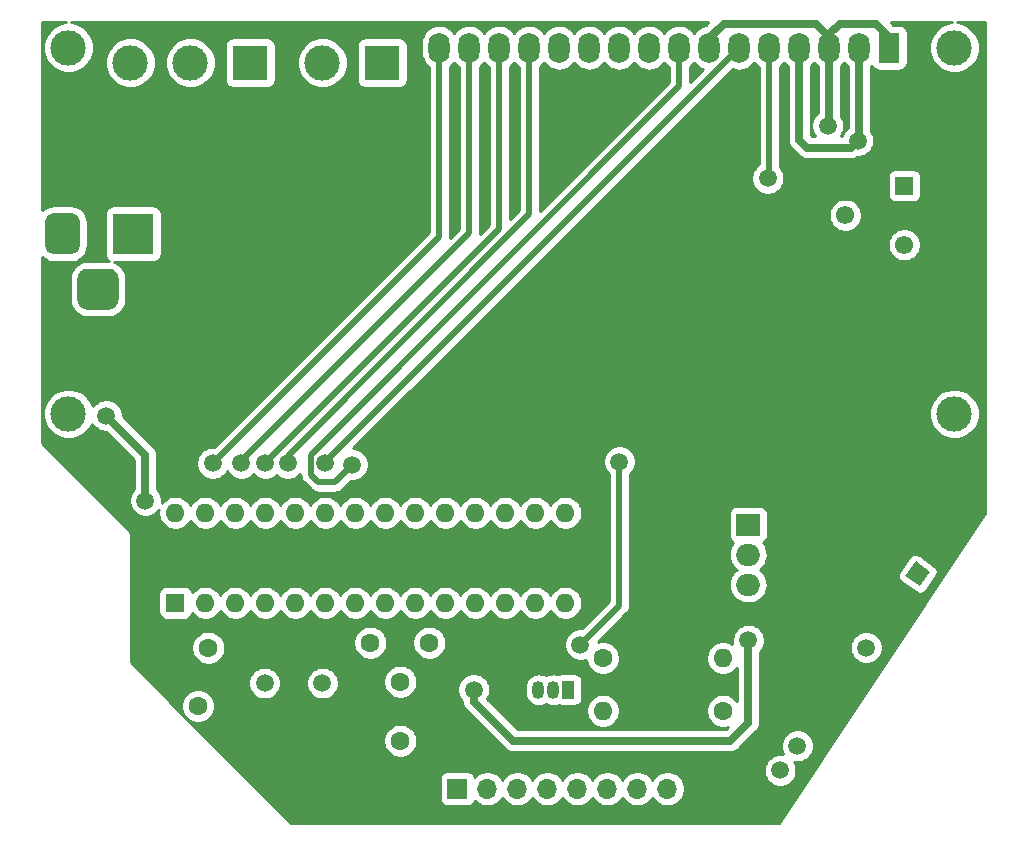
<source format=gbr>
%TF.GenerationSoftware,KiCad,Pcbnew,(5.1.8)-1*%
%TF.CreationDate,2021-02-19T10:47:01-03:00*%
%TF.ProjectId,esquema,65737175-656d-4612-9e6b-696361645f70,rev?*%
%TF.SameCoordinates,Original*%
%TF.FileFunction,Copper,L1,Top*%
%TF.FilePolarity,Positive*%
%FSLAX46Y46*%
G04 Gerber Fmt 4.6, Leading zero omitted, Abs format (unit mm)*
G04 Created by KiCad (PCBNEW (5.1.8)-1) date 2021-02-19 10:47:01*
%MOMM*%
%LPD*%
G01*
G04 APERTURE LIST*
%TA.AperFunction,ComponentPad*%
%ADD10C,0.500000*%
%TD*%
%TA.AperFunction,ComponentPad*%
%ADD11C,1.508000*%
%TD*%
%TA.AperFunction,ComponentPad*%
%ADD12R,1.600000X1.600000*%
%TD*%
%TA.AperFunction,ComponentPad*%
%ADD13O,1.600000X1.600000*%
%TD*%
%TA.AperFunction,ComponentPad*%
%ADD14R,1.800000X2.600000*%
%TD*%
%TA.AperFunction,ComponentPad*%
%ADD15O,1.800000X2.600000*%
%TD*%
%TA.AperFunction,ComponentPad*%
%ADD16C,3.000000*%
%TD*%
%TA.AperFunction,ComponentPad*%
%ADD17R,1.050000X1.500000*%
%TD*%
%TA.AperFunction,ComponentPad*%
%ADD18O,1.050000X1.500000*%
%TD*%
%TA.AperFunction,ComponentPad*%
%ADD19C,1.600000*%
%TD*%
%TA.AperFunction,ComponentPad*%
%ADD20R,3.500000X3.500000*%
%TD*%
%TA.AperFunction,ComponentPad*%
%ADD21R,1.700000X1.700000*%
%TD*%
%TA.AperFunction,ComponentPad*%
%ADD22O,1.700000X1.700000*%
%TD*%
%TA.AperFunction,ComponentPad*%
%ADD23R,3.000000X3.000000*%
%TD*%
%TA.AperFunction,ComponentPad*%
%ADD24C,1.550000*%
%TD*%
%TA.AperFunction,ComponentPad*%
%ADD25R,1.550000X1.550000*%
%TD*%
%TA.AperFunction,ComponentPad*%
%ADD26R,2.000000X1.905000*%
%TD*%
%TA.AperFunction,ComponentPad*%
%ADD27O,2.000000X1.905000*%
%TD*%
%TA.AperFunction,ComponentPad*%
%ADD28C,1.500000*%
%TD*%
%TA.AperFunction,ViaPad*%
%ADD29C,1.500000*%
%TD*%
%TA.AperFunction,Conductor*%
%ADD30C,0.700000*%
%TD*%
%TA.AperFunction,Conductor*%
%ADD31C,0.500000*%
%TD*%
%TA.AperFunction,NonConductor*%
%ADD32C,0.254000*%
%TD*%
%TA.AperFunction,NonConductor*%
%ADD33C,0.500000*%
%TD*%
G04 APERTURE END LIST*
%TA.AperFunction,ComponentPad*%
D10*
%TO.P,K1,1*%
%TO.N,Net-(J3-Pad2)*%
G36*
X149399513Y-111386539D02*
G01*
X148164232Y-110521586D01*
X149029185Y-109286305D01*
X150264466Y-110151258D01*
X149399513Y-111386539D01*
G37*
%TD.AperFunction*%
D11*
%TO.P,K1,2*%
%TO.N,Net-(J3-Pad1)*%
X144843697Y-116578361D03*
%TO.P,K1,3*%
%TO.N,Pino_13*%
X139016160Y-124900946D03*
%TO.P,K1,4*%
%TO.N,GND*%
X137559276Y-126981592D03*
%TD*%
D12*
%TO.P,U1,1*%
%TO.N,vcc*%
X86360000Y-112776000D03*
D13*
%TO.P,U1,15*%
%TO.N,Pino_9*%
X119380000Y-105156000D03*
%TO.P,U1,2*%
%TO.N,Net-(U1-Pad2)*%
X88900000Y-112776000D03*
%TO.P,U1,16*%
%TO.N,Pino_10*%
X116840000Y-105156000D03*
%TO.P,U1,3*%
%TO.N,Net-(U1-Pad3)*%
X91440000Y-112776000D03*
%TO.P,U1,17*%
%TO.N,Pino_11*%
X114300000Y-105156000D03*
%TO.P,U1,4*%
%TO.N,Pino_2_int*%
X93980000Y-112776000D03*
%TO.P,U1,18*%
%TO.N,Pino_12*%
X111760000Y-105156000D03*
%TO.P,U1,5*%
%TO.N,Pino_3*%
X96520000Y-112776000D03*
%TO.P,U1,19*%
%TO.N,Pino_13*%
X109220000Y-105156000D03*
%TO.P,U1,6*%
%TO.N,Pino_4*%
X99060000Y-112776000D03*
%TO.P,U1,20*%
%TO.N,vcc*%
X106680000Y-105156000D03*
%TO.P,U1,7*%
X101600000Y-112776000D03*
%TO.P,U1,21*%
%TO.N,Net-(U1-Pad21)*%
X104140000Y-105156000D03*
%TO.P,U1,8*%
%TO.N,GND*%
X104140000Y-112776000D03*
%TO.P,U1,22*%
X101600000Y-105156000D03*
%TO.P,U1,9*%
%TO.N,Net-(C1-Pad2)*%
X106680000Y-112776000D03*
%TO.P,U1,23*%
%TO.N,Net-(U1-Pad23)*%
X99060000Y-105156000D03*
%TO.P,U1,10*%
%TO.N,Net-(C2-Pad2)*%
X109220000Y-112776000D03*
%TO.P,U1,24*%
%TO.N,Net-(U1-Pad24)*%
X96520000Y-105156000D03*
%TO.P,U1,11*%
%TO.N,Pino_5*%
X111760000Y-112776000D03*
%TO.P,U1,25*%
%TO.N,Pino_16_A2*%
X93980000Y-105156000D03*
%TO.P,U1,12*%
%TO.N,Pino_6*%
X114300000Y-112776000D03*
%TO.P,U1,26*%
%TO.N,Pino_17_A3*%
X91440000Y-105156000D03*
%TO.P,U1,13*%
%TO.N,Pino_7*%
X116840000Y-112776000D03*
%TO.P,U1,27*%
%TO.N,Pino_18_A4*%
X88900000Y-105156000D03*
%TO.P,U1,14*%
%TO.N,Pino_8*%
X119380000Y-112776000D03*
%TO.P,U1,28*%
%TO.N,Pino_19_A5*%
X86360000Y-105156000D03*
%TD*%
D14*
%TO.P,DS1,1*%
%TO.N,GND*%
X146812000Y-65786000D03*
D15*
%TO.P,DS1,2*%
%TO.N,vcc*%
X144272000Y-65786000D03*
%TO.P,DS1,3*%
%TO.N,GND*%
X141732000Y-65786000D03*
%TO.P,DS1,4*%
%TO.N,vcc*%
X139192000Y-65786000D03*
%TO.P,DS1,5*%
%TO.N,Net-(DS1-Pad5)*%
X136652000Y-65786000D03*
%TO.P,DS1,6*%
%TO.N,Pino_12*%
X134112000Y-65786000D03*
%TO.P,DS1,7*%
%TO.N,GND*%
X131572000Y-65786000D03*
%TO.P,DS1,8*%
%TO.N,Pino_11*%
X129032000Y-65786000D03*
%TO.P,DS1,9*%
%TO.N,Net-(DS1-Pad9)*%
X126492000Y-65786000D03*
%TO.P,DS1,10*%
%TO.N,Net-(DS1-Pad10)*%
X123952000Y-65786000D03*
%TO.P,DS1,11*%
%TO.N,Net-(DS1-Pad11)*%
X121412000Y-65786000D03*
%TO.P,DS1,12*%
%TO.N,Net-(DS1-Pad12)*%
X118872000Y-65786000D03*
%TO.P,DS1,13*%
%TO.N,Pino_16_A2*%
X116332000Y-65786000D03*
%TO.P,DS1,14*%
%TO.N,Pino_17_A3*%
X113792000Y-65786000D03*
%TO.P,DS1,15*%
%TO.N,Pino_18_A4*%
X111252000Y-65786000D03*
%TO.P,DS1,16*%
%TO.N,Pino_19_A5*%
X108712000Y-65786000D03*
D16*
%TO.P,DS1,*%
%TO.N,*%
X152311100Y-65786000D03*
X152311100Y-96786700D03*
X77312520Y-96786700D03*
X77312000Y-65786000D03*
%TD*%
D17*
%TO.P,Q1,1*%
%TO.N,Pino_2_int*%
X119634000Y-120142000D03*
D18*
%TO.P,Q1,3*%
%TO.N,vcc*%
X117094000Y-120142000D03*
%TO.P,Q1,2*%
%TO.N,Net-(J4-Pad2)*%
X118364000Y-120142000D03*
%TD*%
D19*
%TO.P,C1,1*%
%TO.N,GND*%
X105410000Y-124460000D03*
%TO.P,C1,2*%
%TO.N,Net-(C1-Pad2)*%
X105410000Y-119460000D03*
%TD*%
%TO.P,C2,2*%
%TO.N,Net-(C2-Pad2)*%
X89154000Y-116586000D03*
%TO.P,C2,1*%
%TO.N,GND*%
X88285759Y-121510039D03*
%TD*%
D20*
%TO.P,J1,1*%
%TO.N,vcc_12v*%
X82804000Y-81534000D03*
%TO.P,J1,2*%
%TO.N,GND*%
%TA.AperFunction,ComponentPad*%
G36*
G01*
X75304000Y-82534000D02*
X75304000Y-80534000D01*
G75*
G02*
X76054000Y-79784000I750000J0D01*
G01*
X77554000Y-79784000D01*
G75*
G02*
X78304000Y-80534000I0J-750000D01*
G01*
X78304000Y-82534000D01*
G75*
G02*
X77554000Y-83284000I-750000J0D01*
G01*
X76054000Y-83284000D01*
G75*
G02*
X75304000Y-82534000I0J750000D01*
G01*
G37*
%TD.AperFunction*%
%TO.P,J1,3*%
%TO.N,N/C*%
%TA.AperFunction,ComponentPad*%
G36*
G01*
X78054000Y-87109000D02*
X78054000Y-85359000D01*
G75*
G02*
X78929000Y-84484000I875000J0D01*
G01*
X80679000Y-84484000D01*
G75*
G02*
X81554000Y-85359000I0J-875000D01*
G01*
X81554000Y-87109000D01*
G75*
G02*
X80679000Y-87984000I-875000J0D01*
G01*
X78929000Y-87984000D01*
G75*
G02*
X78054000Y-87109000I0J875000D01*
G01*
G37*
%TD.AperFunction*%
%TD*%
D21*
%TO.P,J2,1*%
%TO.N,Pino_10*%
X110236000Y-128524000D03*
D22*
%TO.P,J2,2*%
%TO.N,Pino_9*%
X112776000Y-128524000D03*
%TO.P,J2,3*%
%TO.N,Pino_8*%
X115316000Y-128524000D03*
%TO.P,J2,4*%
%TO.N,Pino_7*%
X117856000Y-128524000D03*
%TO.P,J2,5*%
%TO.N,Pino_6*%
X120396000Y-128524000D03*
%TO.P,J2,6*%
%TO.N,Pino_5*%
X122936000Y-128524000D03*
%TO.P,J2,7*%
%TO.N,Pino_4*%
X125476000Y-128524000D03*
%TO.P,J2,8*%
%TO.N,Pino_3*%
X128016000Y-128524000D03*
%TD*%
D23*
%TO.P,J3,1*%
%TO.N,Net-(J3-Pad1)*%
X103886000Y-67056000D03*
D16*
%TO.P,J3,2*%
%TO.N,Net-(J3-Pad2)*%
X98806000Y-67056000D03*
%TD*%
D23*
%TO.P,J4,1*%
%TO.N,vcc_12v*%
X92710000Y-67056000D03*
D16*
%TO.P,J4,2*%
%TO.N,Net-(J4-Pad2)*%
X87630000Y-67056000D03*
%TO.P,J4,3*%
%TO.N,GND*%
X82550000Y-67056000D03*
%TD*%
D24*
%TO.P,RV1,3*%
%TO.N,GND*%
X148082000Y-82470000D03*
D25*
%TO.P,RV1,1*%
%TO.N,vcc*%
X148082000Y-77470000D03*
D24*
%TO.P,RV1,2*%
%TO.N,Net-(DS1-Pad5)*%
X143082000Y-79970000D03*
%TD*%
D26*
%TO.P,U2,1*%
%TO.N,vcc_12v*%
X134874000Y-106172000D03*
D27*
%TO.P,U2,2*%
%TO.N,GND*%
X134874000Y-108712000D03*
%TO.P,U2,3*%
%TO.N,vcc*%
X134874000Y-111252000D03*
%TD*%
D28*
%TO.P,Y1,1*%
%TO.N,Net-(C1-Pad2)*%
X98810000Y-119580000D03*
%TO.P,Y1,2*%
%TO.N,Net-(C2-Pad2)*%
X93910000Y-119580000D03*
%TD*%
D19*
%TO.P,C4,2*%
%TO.N,GND*%
X107870000Y-116160000D03*
%TO.P,C4,1*%
%TO.N,vcc*%
X102870000Y-116160000D03*
%TD*%
%TO.P,C3,1*%
%TO.N,vcc_12v*%
X132715000Y-121920000D03*
D13*
%TO.P,C3,2*%
%TO.N,GND*%
X122555000Y-121920000D03*
%TD*%
D19*
%TO.P,R1,1*%
%TO.N,Pino_2_int*%
X122555000Y-117475000D03*
D13*
%TO.P,R1,2*%
%TO.N,GND*%
X132715000Y-117475000D03*
%TD*%
D29*
%TO.N,vcc*%
X134874000Y-115951000D03*
X111633000Y-120142000D03*
X144145000Y-73659996D03*
%TO.N,Net-(DS1-Pad5)*%
X136525000Y-76835000D03*
%TO.N,Pino_12*%
X99060026Y-100964980D03*
%TO.N,Pino_11*%
X101346000Y-101092000D03*
%TO.N,Pino_16_A2*%
X95885000Y-100965000D03*
%TO.N,Pino_17_A3*%
X93979948Y-100965000D03*
%TO.N,Pino_18_A4*%
X91944987Y-100965002D03*
%TO.N,Pino_19_A5*%
X89535024Y-100965000D03*
%TO.N,Net-(J4-Pad2)*%
X123952000Y-100838000D03*
X120650000Y-116332006D03*
%TO.N,GND*%
X83820000Y-104140000D03*
X80501731Y-96941909D03*
X141605000Y-72390000D03*
%TD*%
D30*
%TO.N,vcc*%
X134874000Y-122936000D02*
X134874000Y-115951000D01*
X133350000Y-124460000D02*
X134874000Y-122936000D01*
X114935000Y-124460000D02*
X133350000Y-124460000D01*
X111633000Y-121158000D02*
X114935000Y-124460000D01*
X111633000Y-120142000D02*
X111633000Y-121158000D01*
X144272000Y-65786000D02*
X144272000Y-73532996D01*
X144272000Y-73532996D02*
X144145000Y-73659996D01*
X143545001Y-74259995D02*
X144145000Y-73659996D01*
X139867991Y-74259995D02*
X143545001Y-74259995D01*
X139184998Y-73577002D02*
X139867991Y-74259995D01*
X139192000Y-65786000D02*
X139184998Y-65793002D01*
X139184998Y-65793002D02*
X139184998Y-73577002D01*
D31*
%TO.N,Net-(DS1-Pad5)*%
X136652000Y-65786000D02*
X136652000Y-76708000D01*
X136652000Y-76708000D02*
X136525000Y-76835000D01*
%TO.N,Pino_12*%
X134112000Y-65786000D02*
X99060026Y-100837974D01*
X99060026Y-100837974D02*
X99060026Y-100964980D01*
%TO.N,Pino_11*%
X97840024Y-100252370D02*
X97840024Y-101931602D01*
X129032000Y-69060394D02*
X97840024Y-100252370D01*
X99871998Y-102566002D02*
X101346000Y-101092000D01*
X98474424Y-102566002D02*
X99871998Y-102566002D01*
X129032000Y-65786000D02*
X129032000Y-69060394D01*
X97840024Y-101931602D02*
X98474424Y-102566002D01*
%TO.N,Pino_16_A2*%
X95885000Y-100326033D02*
X95885000Y-100965000D01*
X116332000Y-65786000D02*
X116332000Y-79879033D01*
X116332000Y-79879033D02*
X95885000Y-100326033D01*
%TO.N,Pino_17_A3*%
X113792000Y-65786000D02*
X113792000Y-81152948D01*
X113792000Y-81152948D02*
X93979948Y-100965000D01*
%TO.N,Pino_18_A4*%
X91944987Y-100811011D02*
X91944987Y-100965002D01*
X111252000Y-81503998D02*
X91944987Y-100811011D01*
X111252000Y-65786000D02*
X111252000Y-81503998D01*
%TO.N,Pino_19_A5*%
X108712000Y-65786000D02*
X108712000Y-81788024D01*
X108712000Y-81788024D02*
X89535024Y-100965000D01*
%TO.N,Net-(J4-Pad2)*%
X123952000Y-113030006D02*
X120650000Y-116332006D01*
X123952000Y-100838000D02*
X123952000Y-113030006D01*
D30*
%TO.N,GND*%
X83820000Y-100260178D02*
X80501731Y-96941909D01*
X83820000Y-104140000D02*
X83820000Y-100260178D01*
X141732000Y-65786000D02*
X141732000Y-72263000D01*
X141732000Y-72263000D02*
X141605000Y-72390000D01*
X142621000Y-63754000D02*
X141732000Y-64643000D01*
X145669000Y-63754000D02*
X142621000Y-63754000D01*
X146812000Y-64897000D02*
X145669000Y-63754000D01*
X141732000Y-64643000D02*
X141732000Y-65786000D01*
X146812000Y-65786000D02*
X146812000Y-64897000D01*
X131572000Y-64960500D02*
X131572000Y-65786000D01*
X140589000Y-63754000D02*
X132778500Y-63754000D01*
X141732000Y-64897000D02*
X140589000Y-63754000D01*
X132778500Y-63754000D02*
X131572000Y-64960500D01*
X141732000Y-65786000D02*
X141732000Y-64897000D01*
%TD*%
D32*
X76689244Y-63733047D02*
X76300698Y-63893988D01*
X75951017Y-64127637D01*
X75653637Y-64425017D01*
X75419988Y-64774698D01*
X75259047Y-65163244D01*
X75177000Y-65575721D01*
X75177000Y-65996279D01*
X75259047Y-66408756D01*
X75419988Y-66797302D01*
X75653637Y-67146983D01*
X75951017Y-67444363D01*
X76300698Y-67678012D01*
X76689244Y-67838953D01*
X77101721Y-67921000D01*
X77522279Y-67921000D01*
X77934756Y-67838953D01*
X78323302Y-67678012D01*
X78672983Y-67444363D01*
X78970363Y-67146983D01*
X79171659Y-66845721D01*
X80415000Y-66845721D01*
X80415000Y-67266279D01*
X80497047Y-67678756D01*
X80657988Y-68067302D01*
X80891637Y-68416983D01*
X81189017Y-68714363D01*
X81538698Y-68948012D01*
X81927244Y-69108953D01*
X82339721Y-69191000D01*
X82760279Y-69191000D01*
X83172756Y-69108953D01*
X83561302Y-68948012D01*
X83910983Y-68714363D01*
X84208363Y-68416983D01*
X84442012Y-68067302D01*
X84602953Y-67678756D01*
X84685000Y-67266279D01*
X84685000Y-66845721D01*
X85495000Y-66845721D01*
X85495000Y-67266279D01*
X85577047Y-67678756D01*
X85737988Y-68067302D01*
X85971637Y-68416983D01*
X86269017Y-68714363D01*
X86618698Y-68948012D01*
X87007244Y-69108953D01*
X87419721Y-69191000D01*
X87840279Y-69191000D01*
X88252756Y-69108953D01*
X88641302Y-68948012D01*
X88990983Y-68714363D01*
X89288363Y-68416983D01*
X89522012Y-68067302D01*
X89682953Y-67678756D01*
X89765000Y-67266279D01*
X89765000Y-66845721D01*
X89682953Y-66433244D01*
X89522012Y-66044698D01*
X89288363Y-65695017D01*
X89149346Y-65556000D01*
X90571928Y-65556000D01*
X90571928Y-68556000D01*
X90584188Y-68680482D01*
X90620498Y-68800180D01*
X90679463Y-68910494D01*
X90758815Y-69007185D01*
X90855506Y-69086537D01*
X90965820Y-69145502D01*
X91085518Y-69181812D01*
X91210000Y-69194072D01*
X94210000Y-69194072D01*
X94334482Y-69181812D01*
X94454180Y-69145502D01*
X94564494Y-69086537D01*
X94661185Y-69007185D01*
X94740537Y-68910494D01*
X94799502Y-68800180D01*
X94835812Y-68680482D01*
X94848072Y-68556000D01*
X94848072Y-66845721D01*
X96671000Y-66845721D01*
X96671000Y-67266279D01*
X96753047Y-67678756D01*
X96913988Y-68067302D01*
X97147637Y-68416983D01*
X97445017Y-68714363D01*
X97794698Y-68948012D01*
X98183244Y-69108953D01*
X98595721Y-69191000D01*
X99016279Y-69191000D01*
X99428756Y-69108953D01*
X99817302Y-68948012D01*
X100166983Y-68714363D01*
X100464363Y-68416983D01*
X100698012Y-68067302D01*
X100858953Y-67678756D01*
X100941000Y-67266279D01*
X100941000Y-66845721D01*
X100858953Y-66433244D01*
X100698012Y-66044698D01*
X100464363Y-65695017D01*
X100325346Y-65556000D01*
X101747928Y-65556000D01*
X101747928Y-68556000D01*
X101760188Y-68680482D01*
X101796498Y-68800180D01*
X101855463Y-68910494D01*
X101934815Y-69007185D01*
X102031506Y-69086537D01*
X102141820Y-69145502D01*
X102261518Y-69181812D01*
X102386000Y-69194072D01*
X105386000Y-69194072D01*
X105510482Y-69181812D01*
X105630180Y-69145502D01*
X105740494Y-69086537D01*
X105837185Y-69007185D01*
X105916537Y-68910494D01*
X105975502Y-68800180D01*
X106011812Y-68680482D01*
X106024072Y-68556000D01*
X106024072Y-65556000D01*
X106011812Y-65431518D01*
X105975502Y-65311820D01*
X105916537Y-65201506D01*
X105837185Y-65104815D01*
X105740494Y-65025463D01*
X105630180Y-64966498D01*
X105510482Y-64930188D01*
X105386000Y-64917928D01*
X102386000Y-64917928D01*
X102261518Y-64930188D01*
X102141820Y-64966498D01*
X102031506Y-65025463D01*
X101934815Y-65104815D01*
X101855463Y-65201506D01*
X101796498Y-65311820D01*
X101760188Y-65431518D01*
X101747928Y-65556000D01*
X100325346Y-65556000D01*
X100166983Y-65397637D01*
X99817302Y-65163988D01*
X99428756Y-65003047D01*
X99016279Y-64921000D01*
X98595721Y-64921000D01*
X98183244Y-65003047D01*
X97794698Y-65163988D01*
X97445017Y-65397637D01*
X97147637Y-65695017D01*
X96913988Y-66044698D01*
X96753047Y-66433244D01*
X96671000Y-66845721D01*
X94848072Y-66845721D01*
X94848072Y-65556000D01*
X94835812Y-65431518D01*
X94799502Y-65311820D01*
X94740537Y-65201506D01*
X94661185Y-65104815D01*
X94564494Y-65025463D01*
X94454180Y-64966498D01*
X94334482Y-64930188D01*
X94210000Y-64917928D01*
X91210000Y-64917928D01*
X91085518Y-64930188D01*
X90965820Y-64966498D01*
X90855506Y-65025463D01*
X90758815Y-65104815D01*
X90679463Y-65201506D01*
X90620498Y-65311820D01*
X90584188Y-65431518D01*
X90571928Y-65556000D01*
X89149346Y-65556000D01*
X88990983Y-65397637D01*
X88641302Y-65163988D01*
X88252756Y-65003047D01*
X87840279Y-64921000D01*
X87419721Y-64921000D01*
X87007244Y-65003047D01*
X86618698Y-65163988D01*
X86269017Y-65397637D01*
X85971637Y-65695017D01*
X85737988Y-66044698D01*
X85577047Y-66433244D01*
X85495000Y-66845721D01*
X84685000Y-66845721D01*
X84602953Y-66433244D01*
X84442012Y-66044698D01*
X84208363Y-65695017D01*
X83910983Y-65397637D01*
X83561302Y-65163988D01*
X83172756Y-65003047D01*
X82760279Y-64921000D01*
X82339721Y-64921000D01*
X81927244Y-65003047D01*
X81538698Y-65163988D01*
X81189017Y-65397637D01*
X80891637Y-65695017D01*
X80657988Y-66044698D01*
X80497047Y-66433244D01*
X80415000Y-66845721D01*
X79171659Y-66845721D01*
X79204012Y-66797302D01*
X79364953Y-66408756D01*
X79447000Y-65996279D01*
X79447000Y-65575721D01*
X79364953Y-65163244D01*
X79204012Y-64774698D01*
X78970363Y-64425017D01*
X78672983Y-64127637D01*
X78323302Y-63893988D01*
X77934756Y-63733047D01*
X77527306Y-63652000D01*
X131487499Y-63652000D01*
X131264200Y-63875299D01*
X130981740Y-63960983D01*
X130715074Y-64103519D01*
X130481339Y-64295339D01*
X130302000Y-64513865D01*
X130122661Y-64295339D01*
X129888927Y-64103519D01*
X129622261Y-63960983D01*
X129332913Y-63873210D01*
X129032000Y-63843573D01*
X128731088Y-63873210D01*
X128441740Y-63960983D01*
X128175074Y-64103519D01*
X127941339Y-64295339D01*
X127762000Y-64513865D01*
X127582661Y-64295339D01*
X127348927Y-64103519D01*
X127082261Y-63960983D01*
X126792913Y-63873210D01*
X126492000Y-63843573D01*
X126191088Y-63873210D01*
X125901740Y-63960983D01*
X125635074Y-64103519D01*
X125401339Y-64295339D01*
X125222000Y-64513865D01*
X125042661Y-64295339D01*
X124808927Y-64103519D01*
X124542261Y-63960983D01*
X124252913Y-63873210D01*
X123952000Y-63843573D01*
X123651088Y-63873210D01*
X123361740Y-63960983D01*
X123095074Y-64103519D01*
X122861339Y-64295339D01*
X122682000Y-64513865D01*
X122502661Y-64295339D01*
X122268927Y-64103519D01*
X122002261Y-63960983D01*
X121712913Y-63873210D01*
X121412000Y-63843573D01*
X121111088Y-63873210D01*
X120821740Y-63960983D01*
X120555074Y-64103519D01*
X120321339Y-64295339D01*
X120142000Y-64513865D01*
X119962661Y-64295339D01*
X119728927Y-64103519D01*
X119462261Y-63960983D01*
X119172913Y-63873210D01*
X118872000Y-63843573D01*
X118571088Y-63873210D01*
X118281740Y-63960983D01*
X118015074Y-64103519D01*
X117781339Y-64295339D01*
X117602000Y-64513865D01*
X117422661Y-64295339D01*
X117188927Y-64103519D01*
X116922261Y-63960983D01*
X116632913Y-63873210D01*
X116332000Y-63843573D01*
X116031088Y-63873210D01*
X115741740Y-63960983D01*
X115475074Y-64103519D01*
X115241339Y-64295339D01*
X115062000Y-64513865D01*
X114882661Y-64295339D01*
X114648927Y-64103519D01*
X114382261Y-63960983D01*
X114092913Y-63873210D01*
X113792000Y-63843573D01*
X113491088Y-63873210D01*
X113201740Y-63960983D01*
X112935074Y-64103519D01*
X112701339Y-64295339D01*
X112522000Y-64513865D01*
X112342661Y-64295339D01*
X112108927Y-64103519D01*
X111842261Y-63960983D01*
X111552913Y-63873210D01*
X111252000Y-63843573D01*
X110951088Y-63873210D01*
X110661740Y-63960983D01*
X110395074Y-64103519D01*
X110161339Y-64295339D01*
X109982000Y-64513865D01*
X109802661Y-64295339D01*
X109568927Y-64103519D01*
X109302261Y-63960983D01*
X109012913Y-63873210D01*
X108712000Y-63843573D01*
X108411088Y-63873210D01*
X108121740Y-63960983D01*
X107855074Y-64103519D01*
X107621339Y-64295339D01*
X107429519Y-64529073D01*
X107286983Y-64795739D01*
X107199210Y-65085087D01*
X107177000Y-65310592D01*
X107177000Y-66261407D01*
X107199210Y-66486912D01*
X107286983Y-66776260D01*
X107429519Y-67042926D01*
X107621339Y-67276661D01*
X107827000Y-67445442D01*
X107827001Y-81421444D01*
X89668446Y-99580000D01*
X89398613Y-99580000D01*
X89131035Y-99633225D01*
X88878981Y-99737629D01*
X88652138Y-99889201D01*
X88459225Y-100082114D01*
X88307653Y-100308957D01*
X88203249Y-100561011D01*
X88150024Y-100828589D01*
X88150024Y-101101411D01*
X88203249Y-101368989D01*
X88307653Y-101621043D01*
X88459225Y-101847886D01*
X88652138Y-102040799D01*
X88878981Y-102192371D01*
X89131035Y-102296775D01*
X89398613Y-102350000D01*
X89671435Y-102350000D01*
X89939013Y-102296775D01*
X90191067Y-102192371D01*
X90417910Y-102040799D01*
X90610823Y-101847886D01*
X90740005Y-101654552D01*
X90869188Y-101847888D01*
X91062101Y-102040801D01*
X91288944Y-102192373D01*
X91540998Y-102296777D01*
X91808576Y-102350002D01*
X92081398Y-102350002D01*
X92348976Y-102296777D01*
X92601030Y-102192373D01*
X92827873Y-102040801D01*
X92962469Y-101906206D01*
X93097062Y-102040799D01*
X93323905Y-102192371D01*
X93575959Y-102296775D01*
X93843537Y-102350000D01*
X94116359Y-102350000D01*
X94383937Y-102296775D01*
X94635991Y-102192371D01*
X94862834Y-102040799D01*
X94932474Y-101971159D01*
X95002114Y-102040799D01*
X95228957Y-102192371D01*
X95481011Y-102296775D01*
X95748589Y-102350000D01*
X96021411Y-102350000D01*
X96288989Y-102296775D01*
X96541043Y-102192371D01*
X96767886Y-102040799D01*
X96955025Y-101853660D01*
X96955025Y-101888123D01*
X96950743Y-101931602D01*
X96967829Y-102105092D01*
X97018436Y-102271915D01*
X97100614Y-102425661D01*
X97183492Y-102526648D01*
X97183495Y-102526651D01*
X97211208Y-102560419D01*
X97244975Y-102588131D01*
X97817894Y-103161051D01*
X97845607Y-103194819D01*
X97879375Y-103222532D01*
X97879377Y-103222534D01*
X97921513Y-103257114D01*
X97980365Y-103305413D01*
X98134111Y-103387591D01*
X98300934Y-103438197D01*
X98430947Y-103451002D01*
X98430957Y-103451002D01*
X98474423Y-103455283D01*
X98517890Y-103451002D01*
X99828529Y-103451002D01*
X99871998Y-103455283D01*
X99915467Y-103451002D01*
X99915475Y-103451002D01*
X100045488Y-103438197D01*
X100212311Y-103387591D01*
X100366057Y-103305413D01*
X100500815Y-103194819D01*
X100528532Y-103161046D01*
X101212578Y-102477000D01*
X101482411Y-102477000D01*
X101749989Y-102423775D01*
X102002043Y-102319371D01*
X102228886Y-102167799D01*
X102421799Y-101974886D01*
X102573371Y-101748043D01*
X102677775Y-101495989D01*
X102731000Y-101228411D01*
X102731000Y-100955589D01*
X102677775Y-100688011D01*
X102573371Y-100435957D01*
X102421799Y-100209114D01*
X102228886Y-100016201D01*
X102002043Y-99864629D01*
X101749989Y-99760225D01*
X101482411Y-99707000D01*
X101442578Y-99707000D01*
X104573157Y-96576421D01*
X150176100Y-96576421D01*
X150176100Y-96996979D01*
X150258147Y-97409456D01*
X150419088Y-97798002D01*
X150652737Y-98147683D01*
X150950117Y-98445063D01*
X151299798Y-98678712D01*
X151688344Y-98839653D01*
X152100821Y-98921700D01*
X152521379Y-98921700D01*
X152933856Y-98839653D01*
X153322402Y-98678712D01*
X153672083Y-98445063D01*
X153969463Y-98147683D01*
X154203112Y-97798002D01*
X154364053Y-97409456D01*
X154446100Y-96996979D01*
X154446100Y-96576421D01*
X154364053Y-96163944D01*
X154203112Y-95775398D01*
X153969463Y-95425717D01*
X153672083Y-95128337D01*
X153322402Y-94894688D01*
X152933856Y-94733747D01*
X152521379Y-94651700D01*
X152100821Y-94651700D01*
X151688344Y-94733747D01*
X151299798Y-94894688D01*
X150950117Y-95128337D01*
X150652737Y-95425717D01*
X150419088Y-95775398D01*
X150258147Y-96163944D01*
X150176100Y-96576421D01*
X104573157Y-96576421D01*
X118818451Y-82331127D01*
X146672000Y-82331127D01*
X146672000Y-82608873D01*
X146726186Y-82881282D01*
X146832475Y-83137885D01*
X146986782Y-83368822D01*
X147183178Y-83565218D01*
X147414115Y-83719525D01*
X147670718Y-83825814D01*
X147943127Y-83880000D01*
X148220873Y-83880000D01*
X148493282Y-83825814D01*
X148749885Y-83719525D01*
X148980822Y-83565218D01*
X149177218Y-83368822D01*
X149331525Y-83137885D01*
X149437814Y-82881282D01*
X149492000Y-82608873D01*
X149492000Y-82331127D01*
X149437814Y-82058718D01*
X149331525Y-81802115D01*
X149177218Y-81571178D01*
X148980822Y-81374782D01*
X148749885Y-81220475D01*
X148493282Y-81114186D01*
X148220873Y-81060000D01*
X147943127Y-81060000D01*
X147670718Y-81114186D01*
X147414115Y-81220475D01*
X147183178Y-81374782D01*
X146986782Y-81571178D01*
X146832475Y-81802115D01*
X146726186Y-82058718D01*
X146672000Y-82331127D01*
X118818451Y-82331127D01*
X121318451Y-79831127D01*
X141672000Y-79831127D01*
X141672000Y-80108873D01*
X141726186Y-80381282D01*
X141832475Y-80637885D01*
X141986782Y-80868822D01*
X142183178Y-81065218D01*
X142414115Y-81219525D01*
X142670718Y-81325814D01*
X142943127Y-81380000D01*
X143220873Y-81380000D01*
X143493282Y-81325814D01*
X143749885Y-81219525D01*
X143980822Y-81065218D01*
X144177218Y-80868822D01*
X144331525Y-80637885D01*
X144437814Y-80381282D01*
X144492000Y-80108873D01*
X144492000Y-79831127D01*
X144437814Y-79558718D01*
X144331525Y-79302115D01*
X144177218Y-79071178D01*
X143980822Y-78874782D01*
X143749885Y-78720475D01*
X143493282Y-78614186D01*
X143220873Y-78560000D01*
X142943127Y-78560000D01*
X142670718Y-78614186D01*
X142414115Y-78720475D01*
X142183178Y-78874782D01*
X141986782Y-79071178D01*
X141832475Y-79302115D01*
X141726186Y-79558718D01*
X141672000Y-79831127D01*
X121318451Y-79831127D01*
X133534647Y-67614932D01*
X133811087Y-67698790D01*
X134112000Y-67728427D01*
X134412912Y-67698790D01*
X134702260Y-67611017D01*
X134968926Y-67468481D01*
X135202661Y-67276661D01*
X135382000Y-67058135D01*
X135561339Y-67276661D01*
X135767000Y-67445442D01*
X135767001Y-75675754D01*
X135642114Y-75759201D01*
X135449201Y-75952114D01*
X135297629Y-76178957D01*
X135193225Y-76431011D01*
X135140000Y-76698589D01*
X135140000Y-76971411D01*
X135193225Y-77238989D01*
X135297629Y-77491043D01*
X135449201Y-77717886D01*
X135642114Y-77910799D01*
X135868957Y-78062371D01*
X136121011Y-78166775D01*
X136388589Y-78220000D01*
X136661411Y-78220000D01*
X136928989Y-78166775D01*
X137181043Y-78062371D01*
X137407886Y-77910799D01*
X137600799Y-77717886D01*
X137752371Y-77491043D01*
X137856775Y-77238989D01*
X137910000Y-76971411D01*
X137910000Y-76698589D01*
X137909287Y-76695000D01*
X146668928Y-76695000D01*
X146668928Y-78245000D01*
X146681188Y-78369482D01*
X146717498Y-78489180D01*
X146776463Y-78599494D01*
X146855815Y-78696185D01*
X146952506Y-78775537D01*
X147062820Y-78834502D01*
X147182518Y-78870812D01*
X147307000Y-78883072D01*
X148857000Y-78883072D01*
X148981482Y-78870812D01*
X149101180Y-78834502D01*
X149211494Y-78775537D01*
X149308185Y-78696185D01*
X149387537Y-78599494D01*
X149446502Y-78489180D01*
X149482812Y-78369482D01*
X149495072Y-78245000D01*
X149495072Y-76695000D01*
X149482812Y-76570518D01*
X149446502Y-76450820D01*
X149387537Y-76340506D01*
X149308185Y-76243815D01*
X149211494Y-76164463D01*
X149101180Y-76105498D01*
X148981482Y-76069188D01*
X148857000Y-76056928D01*
X147307000Y-76056928D01*
X147182518Y-76069188D01*
X147062820Y-76105498D01*
X146952506Y-76164463D01*
X146855815Y-76243815D01*
X146776463Y-76340506D01*
X146717498Y-76450820D01*
X146681188Y-76570518D01*
X146668928Y-76695000D01*
X137909287Y-76695000D01*
X137856775Y-76431011D01*
X137752371Y-76178957D01*
X137600799Y-75952114D01*
X137537000Y-75888315D01*
X137537000Y-67445441D01*
X137742661Y-67276661D01*
X137922000Y-67058135D01*
X138101339Y-67276661D01*
X138199998Y-67357628D01*
X138199999Y-73528612D01*
X138195233Y-73577002D01*
X138214251Y-73770095D01*
X138270574Y-73955768D01*
X138270575Y-73955769D01*
X138362039Y-74126886D01*
X138485129Y-74276872D01*
X138522709Y-74307713D01*
X139137279Y-74922284D01*
X139168121Y-74959865D01*
X139318107Y-75082955D01*
X139489224Y-75174419D01*
X139674897Y-75230742D01*
X139867991Y-75249760D01*
X139916371Y-75244995D01*
X143496621Y-75244995D01*
X143545001Y-75249760D01*
X143593381Y-75244995D01*
X143738095Y-75230742D01*
X143923768Y-75174419D01*
X144094885Y-75082955D01*
X144141138Y-75044996D01*
X144281411Y-75044996D01*
X144548989Y-74991771D01*
X144801043Y-74887367D01*
X145027886Y-74735795D01*
X145220799Y-74542882D01*
X145372371Y-74316039D01*
X145476775Y-74063985D01*
X145530000Y-73796407D01*
X145530000Y-73523585D01*
X145476775Y-73256007D01*
X145372371Y-73003953D01*
X145257000Y-72831288D01*
X145257000Y-67363374D01*
X145317505Y-67313720D01*
X145322498Y-67330180D01*
X145381463Y-67440494D01*
X145460815Y-67537185D01*
X145557506Y-67616537D01*
X145667820Y-67675502D01*
X145787518Y-67711812D01*
X145912000Y-67724072D01*
X147712000Y-67724072D01*
X147836482Y-67711812D01*
X147956180Y-67675502D01*
X148066494Y-67616537D01*
X148163185Y-67537185D01*
X148242537Y-67440494D01*
X148301502Y-67330180D01*
X148337812Y-67210482D01*
X148350072Y-67086000D01*
X148350072Y-64486000D01*
X148337812Y-64361518D01*
X148301502Y-64241820D01*
X148242537Y-64131506D01*
X148163185Y-64034815D01*
X148066494Y-63955463D01*
X147956180Y-63896498D01*
X147836482Y-63860188D01*
X147712000Y-63847928D01*
X147155928Y-63847928D01*
X146960000Y-63652000D01*
X152095794Y-63652000D01*
X151688344Y-63733047D01*
X151299798Y-63893988D01*
X150950117Y-64127637D01*
X150652737Y-64425017D01*
X150419088Y-64774698D01*
X150258147Y-65163244D01*
X150176100Y-65575721D01*
X150176100Y-65996279D01*
X150258147Y-66408756D01*
X150419088Y-66797302D01*
X150652737Y-67146983D01*
X150950117Y-67444363D01*
X151299798Y-67678012D01*
X151688344Y-67838953D01*
X152100821Y-67921000D01*
X152521379Y-67921000D01*
X152933856Y-67838953D01*
X153322402Y-67678012D01*
X153672083Y-67444363D01*
X153969463Y-67146983D01*
X154203112Y-66797302D01*
X154364053Y-66408756D01*
X154446100Y-65996279D01*
X154446100Y-65575721D01*
X154364053Y-65163244D01*
X154203112Y-64774698D01*
X153969463Y-64425017D01*
X153672083Y-64127637D01*
X153322402Y-63893988D01*
X152933856Y-63733047D01*
X152526406Y-63652000D01*
X154915000Y-63652000D01*
X154915001Y-105210166D01*
X137441779Y-131420000D01*
X96158381Y-131420000D01*
X92412381Y-127674000D01*
X108747928Y-127674000D01*
X108747928Y-129374000D01*
X108760188Y-129498482D01*
X108796498Y-129618180D01*
X108855463Y-129728494D01*
X108934815Y-129825185D01*
X109031506Y-129904537D01*
X109141820Y-129963502D01*
X109261518Y-129999812D01*
X109386000Y-130012072D01*
X111086000Y-130012072D01*
X111210482Y-129999812D01*
X111330180Y-129963502D01*
X111440494Y-129904537D01*
X111537185Y-129825185D01*
X111616537Y-129728494D01*
X111675502Y-129618180D01*
X111697513Y-129545620D01*
X111829368Y-129677475D01*
X112072589Y-129839990D01*
X112342842Y-129951932D01*
X112629740Y-130009000D01*
X112922260Y-130009000D01*
X113209158Y-129951932D01*
X113479411Y-129839990D01*
X113722632Y-129677475D01*
X113929475Y-129470632D01*
X114046000Y-129296240D01*
X114162525Y-129470632D01*
X114369368Y-129677475D01*
X114612589Y-129839990D01*
X114882842Y-129951932D01*
X115169740Y-130009000D01*
X115462260Y-130009000D01*
X115749158Y-129951932D01*
X116019411Y-129839990D01*
X116262632Y-129677475D01*
X116469475Y-129470632D01*
X116586000Y-129296240D01*
X116702525Y-129470632D01*
X116909368Y-129677475D01*
X117152589Y-129839990D01*
X117422842Y-129951932D01*
X117709740Y-130009000D01*
X118002260Y-130009000D01*
X118289158Y-129951932D01*
X118559411Y-129839990D01*
X118802632Y-129677475D01*
X119009475Y-129470632D01*
X119126000Y-129296240D01*
X119242525Y-129470632D01*
X119449368Y-129677475D01*
X119692589Y-129839990D01*
X119962842Y-129951932D01*
X120249740Y-130009000D01*
X120542260Y-130009000D01*
X120829158Y-129951932D01*
X121099411Y-129839990D01*
X121342632Y-129677475D01*
X121549475Y-129470632D01*
X121666000Y-129296240D01*
X121782525Y-129470632D01*
X121989368Y-129677475D01*
X122232589Y-129839990D01*
X122502842Y-129951932D01*
X122789740Y-130009000D01*
X123082260Y-130009000D01*
X123369158Y-129951932D01*
X123639411Y-129839990D01*
X123882632Y-129677475D01*
X124089475Y-129470632D01*
X124206000Y-129296240D01*
X124322525Y-129470632D01*
X124529368Y-129677475D01*
X124772589Y-129839990D01*
X125042842Y-129951932D01*
X125329740Y-130009000D01*
X125622260Y-130009000D01*
X125909158Y-129951932D01*
X126179411Y-129839990D01*
X126422632Y-129677475D01*
X126629475Y-129470632D01*
X126746000Y-129296240D01*
X126862525Y-129470632D01*
X127069368Y-129677475D01*
X127312589Y-129839990D01*
X127582842Y-129951932D01*
X127869740Y-130009000D01*
X128162260Y-130009000D01*
X128449158Y-129951932D01*
X128719411Y-129839990D01*
X128962632Y-129677475D01*
X129169475Y-129470632D01*
X129331990Y-129227411D01*
X129443932Y-128957158D01*
X129501000Y-128670260D01*
X129501000Y-128377740D01*
X129443932Y-128090842D01*
X129331990Y-127820589D01*
X129169475Y-127577368D01*
X128962632Y-127370525D01*
X128719411Y-127208010D01*
X128449158Y-127096068D01*
X128162260Y-127039000D01*
X127869740Y-127039000D01*
X127582842Y-127096068D01*
X127312589Y-127208010D01*
X127069368Y-127370525D01*
X126862525Y-127577368D01*
X126746000Y-127751760D01*
X126629475Y-127577368D01*
X126422632Y-127370525D01*
X126179411Y-127208010D01*
X125909158Y-127096068D01*
X125622260Y-127039000D01*
X125329740Y-127039000D01*
X125042842Y-127096068D01*
X124772589Y-127208010D01*
X124529368Y-127370525D01*
X124322525Y-127577368D01*
X124206000Y-127751760D01*
X124089475Y-127577368D01*
X123882632Y-127370525D01*
X123639411Y-127208010D01*
X123369158Y-127096068D01*
X123082260Y-127039000D01*
X122789740Y-127039000D01*
X122502842Y-127096068D01*
X122232589Y-127208010D01*
X121989368Y-127370525D01*
X121782525Y-127577368D01*
X121666000Y-127751760D01*
X121549475Y-127577368D01*
X121342632Y-127370525D01*
X121099411Y-127208010D01*
X120829158Y-127096068D01*
X120542260Y-127039000D01*
X120249740Y-127039000D01*
X119962842Y-127096068D01*
X119692589Y-127208010D01*
X119449368Y-127370525D01*
X119242525Y-127577368D01*
X119126000Y-127751760D01*
X119009475Y-127577368D01*
X118802632Y-127370525D01*
X118559411Y-127208010D01*
X118289158Y-127096068D01*
X118002260Y-127039000D01*
X117709740Y-127039000D01*
X117422842Y-127096068D01*
X117152589Y-127208010D01*
X116909368Y-127370525D01*
X116702525Y-127577368D01*
X116586000Y-127751760D01*
X116469475Y-127577368D01*
X116262632Y-127370525D01*
X116019411Y-127208010D01*
X115749158Y-127096068D01*
X115462260Y-127039000D01*
X115169740Y-127039000D01*
X114882842Y-127096068D01*
X114612589Y-127208010D01*
X114369368Y-127370525D01*
X114162525Y-127577368D01*
X114046000Y-127751760D01*
X113929475Y-127577368D01*
X113722632Y-127370525D01*
X113479411Y-127208010D01*
X113209158Y-127096068D01*
X112922260Y-127039000D01*
X112629740Y-127039000D01*
X112342842Y-127096068D01*
X112072589Y-127208010D01*
X111829368Y-127370525D01*
X111697513Y-127502380D01*
X111675502Y-127429820D01*
X111616537Y-127319506D01*
X111537185Y-127222815D01*
X111440494Y-127143463D01*
X111330180Y-127084498D01*
X111210482Y-127048188D01*
X111086000Y-127035928D01*
X109386000Y-127035928D01*
X109261518Y-127048188D01*
X109141820Y-127084498D01*
X109031506Y-127143463D01*
X108934815Y-127222815D01*
X108855463Y-127319506D01*
X108796498Y-127429820D01*
X108760188Y-127549518D01*
X108747928Y-127674000D01*
X92412381Y-127674000D01*
X91583168Y-126844787D01*
X136170276Y-126844787D01*
X136170276Y-127118397D01*
X136223654Y-127386748D01*
X136328360Y-127639530D01*
X136480369Y-127867028D01*
X136673840Y-128060499D01*
X136901338Y-128212508D01*
X137154120Y-128317214D01*
X137422471Y-128370592D01*
X137696081Y-128370592D01*
X137964432Y-128317214D01*
X138217214Y-128212508D01*
X138444712Y-128060499D01*
X138638183Y-127867028D01*
X138790192Y-127639530D01*
X138894898Y-127386748D01*
X138948276Y-127118397D01*
X138948276Y-126844787D01*
X138894898Y-126576436D01*
X138790192Y-126323654D01*
X138750550Y-126264325D01*
X138879355Y-126289946D01*
X139152965Y-126289946D01*
X139421316Y-126236568D01*
X139674098Y-126131862D01*
X139901596Y-125979853D01*
X140095067Y-125786382D01*
X140247076Y-125558884D01*
X140351782Y-125306102D01*
X140405160Y-125037751D01*
X140405160Y-124764141D01*
X140351782Y-124495790D01*
X140247076Y-124243008D01*
X140095067Y-124015510D01*
X139901596Y-123822039D01*
X139674098Y-123670030D01*
X139421316Y-123565324D01*
X139152965Y-123511946D01*
X138879355Y-123511946D01*
X138611004Y-123565324D01*
X138358222Y-123670030D01*
X138130724Y-123822039D01*
X137937253Y-124015510D01*
X137785244Y-124243008D01*
X137680538Y-124495790D01*
X137627160Y-124764141D01*
X137627160Y-125037751D01*
X137680538Y-125306102D01*
X137785244Y-125558884D01*
X137824886Y-125618213D01*
X137696081Y-125592592D01*
X137422471Y-125592592D01*
X137154120Y-125645970D01*
X136901338Y-125750676D01*
X136673840Y-125902685D01*
X136480369Y-126096156D01*
X136328360Y-126323654D01*
X136223654Y-126576436D01*
X136170276Y-126844787D01*
X91583168Y-126844787D01*
X89057046Y-124318665D01*
X103975000Y-124318665D01*
X103975000Y-124601335D01*
X104030147Y-124878574D01*
X104138320Y-125139727D01*
X104295363Y-125374759D01*
X104495241Y-125574637D01*
X104730273Y-125731680D01*
X104991426Y-125839853D01*
X105268665Y-125895000D01*
X105551335Y-125895000D01*
X105828574Y-125839853D01*
X106089727Y-125731680D01*
X106324759Y-125574637D01*
X106524637Y-125374759D01*
X106681680Y-125139727D01*
X106789853Y-124878574D01*
X106845000Y-124601335D01*
X106845000Y-124318665D01*
X106789853Y-124041426D01*
X106681680Y-123780273D01*
X106524637Y-123545241D01*
X106324759Y-123345363D01*
X106089727Y-123188320D01*
X105828574Y-123080147D01*
X105551335Y-123025000D01*
X105268665Y-123025000D01*
X104991426Y-123080147D01*
X104730273Y-123188320D01*
X104495241Y-123345363D01*
X104295363Y-123545241D01*
X104138320Y-123780273D01*
X104030147Y-124041426D01*
X103975000Y-124318665D01*
X89057046Y-124318665D01*
X86107085Y-121368704D01*
X86850759Y-121368704D01*
X86850759Y-121651374D01*
X86905906Y-121928613D01*
X87014079Y-122189766D01*
X87171122Y-122424798D01*
X87371000Y-122624676D01*
X87606032Y-122781719D01*
X87867185Y-122889892D01*
X88144424Y-122945039D01*
X88427094Y-122945039D01*
X88704333Y-122889892D01*
X88965486Y-122781719D01*
X89200518Y-122624676D01*
X89400396Y-122424798D01*
X89557439Y-122189766D01*
X89665612Y-121928613D01*
X89720759Y-121651374D01*
X89720759Y-121368704D01*
X89665612Y-121091465D01*
X89557439Y-120830312D01*
X89400396Y-120595280D01*
X89200518Y-120395402D01*
X88965486Y-120238359D01*
X88704333Y-120130186D01*
X88427094Y-120075039D01*
X88144424Y-120075039D01*
X87867185Y-120130186D01*
X87606032Y-120238359D01*
X87371000Y-120395402D01*
X87171122Y-120595280D01*
X87014079Y-120830312D01*
X86905906Y-121091465D01*
X86850759Y-121368704D01*
X86107085Y-121368704D01*
X84181970Y-119443589D01*
X92525000Y-119443589D01*
X92525000Y-119716411D01*
X92578225Y-119983989D01*
X92682629Y-120236043D01*
X92834201Y-120462886D01*
X93027114Y-120655799D01*
X93253957Y-120807371D01*
X93506011Y-120911775D01*
X93773589Y-120965000D01*
X94046411Y-120965000D01*
X94313989Y-120911775D01*
X94566043Y-120807371D01*
X94792886Y-120655799D01*
X94985799Y-120462886D01*
X95137371Y-120236043D01*
X95241775Y-119983989D01*
X95295000Y-119716411D01*
X95295000Y-119443589D01*
X97425000Y-119443589D01*
X97425000Y-119716411D01*
X97478225Y-119983989D01*
X97582629Y-120236043D01*
X97734201Y-120462886D01*
X97927114Y-120655799D01*
X98153957Y-120807371D01*
X98406011Y-120911775D01*
X98673589Y-120965000D01*
X98946411Y-120965000D01*
X99213989Y-120911775D01*
X99466043Y-120807371D01*
X99692886Y-120655799D01*
X99885799Y-120462886D01*
X100037371Y-120236043D01*
X100141775Y-119983989D01*
X100195000Y-119716411D01*
X100195000Y-119443589D01*
X100170151Y-119318665D01*
X103975000Y-119318665D01*
X103975000Y-119601335D01*
X104030147Y-119878574D01*
X104138320Y-120139727D01*
X104295363Y-120374759D01*
X104495241Y-120574637D01*
X104730273Y-120731680D01*
X104991426Y-120839853D01*
X105268665Y-120895000D01*
X105551335Y-120895000D01*
X105828574Y-120839853D01*
X106089727Y-120731680D01*
X106324759Y-120574637D01*
X106524637Y-120374759D01*
X106681680Y-120139727D01*
X106737241Y-120005589D01*
X110248000Y-120005589D01*
X110248000Y-120278411D01*
X110301225Y-120545989D01*
X110405629Y-120798043D01*
X110557201Y-121024886D01*
X110647456Y-121115141D01*
X110643235Y-121158000D01*
X110662253Y-121351093D01*
X110718576Y-121536766D01*
X110718577Y-121536767D01*
X110810041Y-121707884D01*
X110933131Y-121857870D01*
X110970711Y-121888711D01*
X114204284Y-125122284D01*
X114235130Y-125159870D01*
X114385116Y-125282960D01*
X114556233Y-125374424D01*
X114698691Y-125417638D01*
X114741905Y-125430747D01*
X114934999Y-125449765D01*
X114983379Y-125445000D01*
X133301620Y-125445000D01*
X133350000Y-125449765D01*
X133398380Y-125445000D01*
X133543094Y-125430747D01*
X133728767Y-125374424D01*
X133899884Y-125282960D01*
X134049870Y-125159870D01*
X134080716Y-125122284D01*
X135536284Y-123666716D01*
X135573870Y-123635870D01*
X135696960Y-123485884D01*
X135788424Y-123314767D01*
X135844747Y-123129094D01*
X135859000Y-122984380D01*
X135859000Y-122984379D01*
X135863765Y-122936001D01*
X135859000Y-122887623D01*
X135859000Y-116924685D01*
X135949799Y-116833886D01*
X136101371Y-116607043D01*
X136169917Y-116441556D01*
X143454697Y-116441556D01*
X143454697Y-116715166D01*
X143508075Y-116983517D01*
X143612781Y-117236299D01*
X143764790Y-117463797D01*
X143958261Y-117657268D01*
X144185759Y-117809277D01*
X144438541Y-117913983D01*
X144706892Y-117967361D01*
X144980502Y-117967361D01*
X145248853Y-117913983D01*
X145501635Y-117809277D01*
X145729133Y-117657268D01*
X145922604Y-117463797D01*
X146074613Y-117236299D01*
X146179319Y-116983517D01*
X146232697Y-116715166D01*
X146232697Y-116441556D01*
X146179319Y-116173205D01*
X146074613Y-115920423D01*
X145922604Y-115692925D01*
X145729133Y-115499454D01*
X145501635Y-115347445D01*
X145248853Y-115242739D01*
X144980502Y-115189361D01*
X144706892Y-115189361D01*
X144438541Y-115242739D01*
X144185759Y-115347445D01*
X143958261Y-115499454D01*
X143764790Y-115692925D01*
X143612781Y-115920423D01*
X143508075Y-116173205D01*
X143454697Y-116441556D01*
X136169917Y-116441556D01*
X136205775Y-116354989D01*
X136259000Y-116087411D01*
X136259000Y-115814589D01*
X136205775Y-115547011D01*
X136101371Y-115294957D01*
X135949799Y-115068114D01*
X135756886Y-114875201D01*
X135530043Y-114723629D01*
X135277989Y-114619225D01*
X135010411Y-114566000D01*
X134737589Y-114566000D01*
X134470011Y-114619225D01*
X134217957Y-114723629D01*
X133991114Y-114875201D01*
X133798201Y-115068114D01*
X133646629Y-115294957D01*
X133542225Y-115547011D01*
X133489000Y-115814589D01*
X133489000Y-116087411D01*
X133530040Y-116293733D01*
X133394727Y-116203320D01*
X133133574Y-116095147D01*
X132856335Y-116040000D01*
X132573665Y-116040000D01*
X132296426Y-116095147D01*
X132035273Y-116203320D01*
X131800241Y-116360363D01*
X131600363Y-116560241D01*
X131443320Y-116795273D01*
X131335147Y-117056426D01*
X131280000Y-117333665D01*
X131280000Y-117616335D01*
X131335147Y-117893574D01*
X131443320Y-118154727D01*
X131600363Y-118389759D01*
X131800241Y-118589637D01*
X132035273Y-118746680D01*
X132296426Y-118854853D01*
X132573665Y-118910000D01*
X132856335Y-118910000D01*
X133133574Y-118854853D01*
X133394727Y-118746680D01*
X133629759Y-118589637D01*
X133829637Y-118389759D01*
X133889001Y-118300915D01*
X133889000Y-121094085D01*
X133829637Y-121005241D01*
X133629759Y-120805363D01*
X133394727Y-120648320D01*
X133133574Y-120540147D01*
X132856335Y-120485000D01*
X132573665Y-120485000D01*
X132296426Y-120540147D01*
X132035273Y-120648320D01*
X131800241Y-120805363D01*
X131600363Y-121005241D01*
X131443320Y-121240273D01*
X131335147Y-121501426D01*
X131280000Y-121778665D01*
X131280000Y-122061335D01*
X131335147Y-122338574D01*
X131443320Y-122599727D01*
X131600363Y-122834759D01*
X131800241Y-123034637D01*
X132035273Y-123191680D01*
X132296426Y-123299853D01*
X132573665Y-123355000D01*
X132856335Y-123355000D01*
X133113068Y-123303932D01*
X132942000Y-123475000D01*
X115343000Y-123475000D01*
X113646665Y-121778665D01*
X121120000Y-121778665D01*
X121120000Y-122061335D01*
X121175147Y-122338574D01*
X121283320Y-122599727D01*
X121440363Y-122834759D01*
X121640241Y-123034637D01*
X121875273Y-123191680D01*
X122136426Y-123299853D01*
X122413665Y-123355000D01*
X122696335Y-123355000D01*
X122973574Y-123299853D01*
X123234727Y-123191680D01*
X123469759Y-123034637D01*
X123669637Y-122834759D01*
X123826680Y-122599727D01*
X123934853Y-122338574D01*
X123990000Y-122061335D01*
X123990000Y-121778665D01*
X123934853Y-121501426D01*
X123826680Y-121240273D01*
X123669637Y-121005241D01*
X123469759Y-120805363D01*
X123234727Y-120648320D01*
X122973574Y-120540147D01*
X122696335Y-120485000D01*
X122413665Y-120485000D01*
X122136426Y-120540147D01*
X121875273Y-120648320D01*
X121640241Y-120805363D01*
X121440363Y-121005241D01*
X121283320Y-121240273D01*
X121175147Y-121501426D01*
X121120000Y-121778665D01*
X113646665Y-121778665D01*
X112782534Y-120914534D01*
X112860371Y-120798043D01*
X112964775Y-120545989D01*
X113018000Y-120278411D01*
X113018000Y-120005589D01*
X112989045Y-119860021D01*
X115934000Y-119860021D01*
X115934000Y-120423978D01*
X115950785Y-120594399D01*
X116017115Y-120813059D01*
X116124829Y-121014578D01*
X116269788Y-121191212D01*
X116446421Y-121336171D01*
X116647940Y-121443885D01*
X116866600Y-121510215D01*
X117094000Y-121532612D01*
X117321399Y-121510215D01*
X117540059Y-121443885D01*
X117729000Y-121342894D01*
X117917940Y-121443885D01*
X118136600Y-121510215D01*
X118364000Y-121532612D01*
X118591399Y-121510215D01*
X118800098Y-121446907D01*
X118864820Y-121481502D01*
X118984518Y-121517812D01*
X119109000Y-121530072D01*
X120159000Y-121530072D01*
X120283482Y-121517812D01*
X120403180Y-121481502D01*
X120513494Y-121422537D01*
X120610185Y-121343185D01*
X120689537Y-121246494D01*
X120748502Y-121136180D01*
X120784812Y-121016482D01*
X120797072Y-120892000D01*
X120797072Y-119392000D01*
X120784812Y-119267518D01*
X120748502Y-119147820D01*
X120689537Y-119037506D01*
X120610185Y-118940815D01*
X120513494Y-118861463D01*
X120403180Y-118802498D01*
X120283482Y-118766188D01*
X120159000Y-118753928D01*
X119109000Y-118753928D01*
X118984518Y-118766188D01*
X118864820Y-118802498D01*
X118800098Y-118837093D01*
X118591400Y-118773785D01*
X118364000Y-118751388D01*
X118136601Y-118773785D01*
X117917941Y-118840115D01*
X117729001Y-118941106D01*
X117540060Y-118840115D01*
X117321400Y-118773785D01*
X117094000Y-118751388D01*
X116866601Y-118773785D01*
X116647941Y-118840115D01*
X116446422Y-118947829D01*
X116269789Y-119092788D01*
X116124830Y-119269421D01*
X116017115Y-119470940D01*
X115950785Y-119689600D01*
X115934000Y-119860021D01*
X112989045Y-119860021D01*
X112964775Y-119738011D01*
X112860371Y-119485957D01*
X112708799Y-119259114D01*
X112515886Y-119066201D01*
X112289043Y-118914629D01*
X112036989Y-118810225D01*
X111769411Y-118757000D01*
X111496589Y-118757000D01*
X111229011Y-118810225D01*
X110976957Y-118914629D01*
X110750114Y-119066201D01*
X110557201Y-119259114D01*
X110405629Y-119485957D01*
X110301225Y-119738011D01*
X110248000Y-120005589D01*
X106737241Y-120005589D01*
X106789853Y-119878574D01*
X106845000Y-119601335D01*
X106845000Y-119318665D01*
X106789853Y-119041426D01*
X106681680Y-118780273D01*
X106524637Y-118545241D01*
X106324759Y-118345363D01*
X106089727Y-118188320D01*
X105828574Y-118080147D01*
X105551335Y-118025000D01*
X105268665Y-118025000D01*
X104991426Y-118080147D01*
X104730273Y-118188320D01*
X104495241Y-118345363D01*
X104295363Y-118545241D01*
X104138320Y-118780273D01*
X104030147Y-119041426D01*
X103975000Y-119318665D01*
X100170151Y-119318665D01*
X100141775Y-119176011D01*
X100037371Y-118923957D01*
X99885799Y-118697114D01*
X99692886Y-118504201D01*
X99466043Y-118352629D01*
X99213989Y-118248225D01*
X98946411Y-118195000D01*
X98673589Y-118195000D01*
X98406011Y-118248225D01*
X98153957Y-118352629D01*
X97927114Y-118504201D01*
X97734201Y-118697114D01*
X97582629Y-118923957D01*
X97478225Y-119176011D01*
X97425000Y-119443589D01*
X95295000Y-119443589D01*
X95241775Y-119176011D01*
X95137371Y-118923957D01*
X94985799Y-118697114D01*
X94792886Y-118504201D01*
X94566043Y-118352629D01*
X94313989Y-118248225D01*
X94046411Y-118195000D01*
X93773589Y-118195000D01*
X93506011Y-118248225D01*
X93253957Y-118352629D01*
X93027114Y-118504201D01*
X92834201Y-118697114D01*
X92682629Y-118923957D01*
X92578225Y-119176011D01*
X92525000Y-119443589D01*
X84181970Y-119443589D01*
X82575000Y-117836620D01*
X82575000Y-116444665D01*
X87719000Y-116444665D01*
X87719000Y-116727335D01*
X87774147Y-117004574D01*
X87882320Y-117265727D01*
X88039363Y-117500759D01*
X88239241Y-117700637D01*
X88474273Y-117857680D01*
X88735426Y-117965853D01*
X89012665Y-118021000D01*
X89295335Y-118021000D01*
X89572574Y-117965853D01*
X89833727Y-117857680D01*
X90068759Y-117700637D01*
X90268637Y-117500759D01*
X90425680Y-117265727D01*
X90533853Y-117004574D01*
X90589000Y-116727335D01*
X90589000Y-116444665D01*
X90533853Y-116167426D01*
X90472235Y-116018665D01*
X101435000Y-116018665D01*
X101435000Y-116301335D01*
X101490147Y-116578574D01*
X101598320Y-116839727D01*
X101755363Y-117074759D01*
X101955241Y-117274637D01*
X102190273Y-117431680D01*
X102451426Y-117539853D01*
X102728665Y-117595000D01*
X103011335Y-117595000D01*
X103288574Y-117539853D01*
X103549727Y-117431680D01*
X103784759Y-117274637D01*
X103984637Y-117074759D01*
X104141680Y-116839727D01*
X104249853Y-116578574D01*
X104305000Y-116301335D01*
X104305000Y-116018665D01*
X106435000Y-116018665D01*
X106435000Y-116301335D01*
X106490147Y-116578574D01*
X106598320Y-116839727D01*
X106755363Y-117074759D01*
X106955241Y-117274637D01*
X107190273Y-117431680D01*
X107451426Y-117539853D01*
X107728665Y-117595000D01*
X108011335Y-117595000D01*
X108288574Y-117539853D01*
X108549727Y-117431680D01*
X108784759Y-117274637D01*
X108984637Y-117074759D01*
X109141680Y-116839727D01*
X109249853Y-116578574D01*
X109305000Y-116301335D01*
X109305000Y-116195595D01*
X119265000Y-116195595D01*
X119265000Y-116468417D01*
X119318225Y-116735995D01*
X119422629Y-116988049D01*
X119574201Y-117214892D01*
X119767114Y-117407805D01*
X119993957Y-117559377D01*
X120246011Y-117663781D01*
X120513589Y-117717006D01*
X120786411Y-117717006D01*
X121053989Y-117663781D01*
X121123694Y-117634908D01*
X121175147Y-117893574D01*
X121283320Y-118154727D01*
X121440363Y-118389759D01*
X121640241Y-118589637D01*
X121875273Y-118746680D01*
X122136426Y-118854853D01*
X122413665Y-118910000D01*
X122696335Y-118910000D01*
X122973574Y-118854853D01*
X123234727Y-118746680D01*
X123469759Y-118589637D01*
X123669637Y-118389759D01*
X123826680Y-118154727D01*
X123934853Y-117893574D01*
X123990000Y-117616335D01*
X123990000Y-117333665D01*
X123934853Y-117056426D01*
X123826680Y-116795273D01*
X123669637Y-116560241D01*
X123469759Y-116360363D01*
X123234727Y-116203320D01*
X122973574Y-116095147D01*
X122696335Y-116040000D01*
X122413665Y-116040000D01*
X122138937Y-116094648D01*
X124547049Y-113686536D01*
X124580817Y-113658823D01*
X124691411Y-113524065D01*
X124773589Y-113370319D01*
X124824195Y-113203496D01*
X124837000Y-113073483D01*
X124837000Y-113073473D01*
X124841281Y-113030007D01*
X124837000Y-112986541D01*
X124837000Y-108712000D01*
X133231319Y-108712000D01*
X133261970Y-109023204D01*
X133352745Y-109322449D01*
X133500155Y-109598235D01*
X133698537Y-109839963D01*
X133871609Y-109982000D01*
X133698537Y-110124037D01*
X133500155Y-110365765D01*
X133352745Y-110641551D01*
X133261970Y-110940796D01*
X133231319Y-111252000D01*
X133261970Y-111563204D01*
X133352745Y-111862449D01*
X133500155Y-112138235D01*
X133698537Y-112379963D01*
X133940265Y-112578345D01*
X134216051Y-112725755D01*
X134515296Y-112816530D01*
X134748514Y-112839500D01*
X134999486Y-112839500D01*
X135232704Y-112816530D01*
X135531949Y-112725755D01*
X135807735Y-112578345D01*
X136049463Y-112379963D01*
X136247845Y-112138235D01*
X136395255Y-111862449D01*
X136486030Y-111563204D01*
X136516681Y-111252000D01*
X136486030Y-110940796D01*
X136395255Y-110641551D01*
X136323693Y-110507667D01*
X147526312Y-110507667D01*
X147535854Y-110632386D01*
X147569544Y-110752848D01*
X147626088Y-110864422D01*
X147703312Y-110962821D01*
X147798249Y-111044264D01*
X149033530Y-111909217D01*
X149142532Y-111970574D01*
X149261409Y-112009486D01*
X149385594Y-112024459D01*
X149510313Y-112014917D01*
X149630775Y-111981227D01*
X149742349Y-111924683D01*
X149840748Y-111847459D01*
X149922191Y-111752522D01*
X150787144Y-110517241D01*
X150848501Y-110408239D01*
X150887413Y-110289362D01*
X150902386Y-110165177D01*
X150892844Y-110040458D01*
X150859154Y-109919996D01*
X150802610Y-109808422D01*
X150725386Y-109710023D01*
X150630449Y-109628580D01*
X149395168Y-108763627D01*
X149286166Y-108702270D01*
X149167289Y-108663358D01*
X149043104Y-108648385D01*
X148918385Y-108657927D01*
X148797923Y-108691617D01*
X148686349Y-108748161D01*
X148587950Y-108825385D01*
X148506507Y-108920322D01*
X147641554Y-110155603D01*
X147580197Y-110264605D01*
X147541285Y-110383482D01*
X147526312Y-110507667D01*
X136323693Y-110507667D01*
X136247845Y-110365765D01*
X136049463Y-110124037D01*
X135876391Y-109982000D01*
X136049463Y-109839963D01*
X136247845Y-109598235D01*
X136395255Y-109322449D01*
X136486030Y-109023204D01*
X136516681Y-108712000D01*
X136486030Y-108400796D01*
X136395255Y-108101551D01*
X136247845Y-107825765D01*
X136144554Y-107699905D01*
X136228494Y-107655037D01*
X136325185Y-107575685D01*
X136404537Y-107478994D01*
X136463502Y-107368680D01*
X136499812Y-107248982D01*
X136512072Y-107124500D01*
X136512072Y-105219500D01*
X136499812Y-105095018D01*
X136463502Y-104975320D01*
X136404537Y-104865006D01*
X136325185Y-104768315D01*
X136228494Y-104688963D01*
X136118180Y-104629998D01*
X135998482Y-104593688D01*
X135874000Y-104581428D01*
X133874000Y-104581428D01*
X133749518Y-104593688D01*
X133629820Y-104629998D01*
X133519506Y-104688963D01*
X133422815Y-104768315D01*
X133343463Y-104865006D01*
X133284498Y-104975320D01*
X133248188Y-105095018D01*
X133235928Y-105219500D01*
X133235928Y-107124500D01*
X133248188Y-107248982D01*
X133284498Y-107368680D01*
X133343463Y-107478994D01*
X133422815Y-107575685D01*
X133519506Y-107655037D01*
X133603446Y-107699905D01*
X133500155Y-107825765D01*
X133352745Y-108101551D01*
X133261970Y-108400796D01*
X133231319Y-108712000D01*
X124837000Y-108712000D01*
X124837000Y-101911685D01*
X125027799Y-101720886D01*
X125179371Y-101494043D01*
X125283775Y-101241989D01*
X125337000Y-100974411D01*
X125337000Y-100701589D01*
X125283775Y-100434011D01*
X125179371Y-100181957D01*
X125027799Y-99955114D01*
X124834886Y-99762201D01*
X124608043Y-99610629D01*
X124355989Y-99506225D01*
X124088411Y-99453000D01*
X123815589Y-99453000D01*
X123548011Y-99506225D01*
X123295957Y-99610629D01*
X123069114Y-99762201D01*
X122876201Y-99955114D01*
X122724629Y-100181957D01*
X122620225Y-100434011D01*
X122567000Y-100701589D01*
X122567000Y-100974411D01*
X122620225Y-101241989D01*
X122724629Y-101494043D01*
X122876201Y-101720886D01*
X123067000Y-101911685D01*
X123067001Y-112663426D01*
X120783422Y-114947006D01*
X120513589Y-114947006D01*
X120246011Y-115000231D01*
X119993957Y-115104635D01*
X119767114Y-115256207D01*
X119574201Y-115449120D01*
X119422629Y-115675963D01*
X119318225Y-115928017D01*
X119265000Y-116195595D01*
X109305000Y-116195595D01*
X109305000Y-116018665D01*
X109249853Y-115741426D01*
X109141680Y-115480273D01*
X108984637Y-115245241D01*
X108784759Y-115045363D01*
X108549727Y-114888320D01*
X108288574Y-114780147D01*
X108011335Y-114725000D01*
X107728665Y-114725000D01*
X107451426Y-114780147D01*
X107190273Y-114888320D01*
X106955241Y-115045363D01*
X106755363Y-115245241D01*
X106598320Y-115480273D01*
X106490147Y-115741426D01*
X106435000Y-116018665D01*
X104305000Y-116018665D01*
X104249853Y-115741426D01*
X104141680Y-115480273D01*
X103984637Y-115245241D01*
X103784759Y-115045363D01*
X103549727Y-114888320D01*
X103288574Y-114780147D01*
X103011335Y-114725000D01*
X102728665Y-114725000D01*
X102451426Y-114780147D01*
X102190273Y-114888320D01*
X101955241Y-115045363D01*
X101755363Y-115245241D01*
X101598320Y-115480273D01*
X101490147Y-115741426D01*
X101435000Y-116018665D01*
X90472235Y-116018665D01*
X90425680Y-115906273D01*
X90268637Y-115671241D01*
X90068759Y-115471363D01*
X89833727Y-115314320D01*
X89572574Y-115206147D01*
X89295335Y-115151000D01*
X89012665Y-115151000D01*
X88735426Y-115206147D01*
X88474273Y-115314320D01*
X88239241Y-115471363D01*
X88039363Y-115671241D01*
X87882320Y-115906273D01*
X87774147Y-116167426D01*
X87719000Y-116444665D01*
X82575000Y-116444665D01*
X82575000Y-111976000D01*
X84921928Y-111976000D01*
X84921928Y-113576000D01*
X84934188Y-113700482D01*
X84970498Y-113820180D01*
X85029463Y-113930494D01*
X85108815Y-114027185D01*
X85205506Y-114106537D01*
X85315820Y-114165502D01*
X85435518Y-114201812D01*
X85560000Y-114214072D01*
X87160000Y-114214072D01*
X87284482Y-114201812D01*
X87404180Y-114165502D01*
X87514494Y-114106537D01*
X87611185Y-114027185D01*
X87690537Y-113930494D01*
X87749502Y-113820180D01*
X87785812Y-113700482D01*
X87786643Y-113692039D01*
X87985241Y-113890637D01*
X88220273Y-114047680D01*
X88481426Y-114155853D01*
X88758665Y-114211000D01*
X89041335Y-114211000D01*
X89318574Y-114155853D01*
X89579727Y-114047680D01*
X89814759Y-113890637D01*
X90014637Y-113690759D01*
X90170000Y-113458241D01*
X90325363Y-113690759D01*
X90525241Y-113890637D01*
X90760273Y-114047680D01*
X91021426Y-114155853D01*
X91298665Y-114211000D01*
X91581335Y-114211000D01*
X91858574Y-114155853D01*
X92119727Y-114047680D01*
X92354759Y-113890637D01*
X92554637Y-113690759D01*
X92710000Y-113458241D01*
X92865363Y-113690759D01*
X93065241Y-113890637D01*
X93300273Y-114047680D01*
X93561426Y-114155853D01*
X93838665Y-114211000D01*
X94121335Y-114211000D01*
X94398574Y-114155853D01*
X94659727Y-114047680D01*
X94894759Y-113890637D01*
X95094637Y-113690759D01*
X95250000Y-113458241D01*
X95405363Y-113690759D01*
X95605241Y-113890637D01*
X95840273Y-114047680D01*
X96101426Y-114155853D01*
X96378665Y-114211000D01*
X96661335Y-114211000D01*
X96938574Y-114155853D01*
X97199727Y-114047680D01*
X97434759Y-113890637D01*
X97634637Y-113690759D01*
X97790000Y-113458241D01*
X97945363Y-113690759D01*
X98145241Y-113890637D01*
X98380273Y-114047680D01*
X98641426Y-114155853D01*
X98918665Y-114211000D01*
X99201335Y-114211000D01*
X99478574Y-114155853D01*
X99739727Y-114047680D01*
X99974759Y-113890637D01*
X100174637Y-113690759D01*
X100330000Y-113458241D01*
X100485363Y-113690759D01*
X100685241Y-113890637D01*
X100920273Y-114047680D01*
X101181426Y-114155853D01*
X101458665Y-114211000D01*
X101741335Y-114211000D01*
X102018574Y-114155853D01*
X102279727Y-114047680D01*
X102514759Y-113890637D01*
X102714637Y-113690759D01*
X102870000Y-113458241D01*
X103025363Y-113690759D01*
X103225241Y-113890637D01*
X103460273Y-114047680D01*
X103721426Y-114155853D01*
X103998665Y-114211000D01*
X104281335Y-114211000D01*
X104558574Y-114155853D01*
X104819727Y-114047680D01*
X105054759Y-113890637D01*
X105254637Y-113690759D01*
X105410000Y-113458241D01*
X105565363Y-113690759D01*
X105765241Y-113890637D01*
X106000273Y-114047680D01*
X106261426Y-114155853D01*
X106538665Y-114211000D01*
X106821335Y-114211000D01*
X107098574Y-114155853D01*
X107359727Y-114047680D01*
X107594759Y-113890637D01*
X107794637Y-113690759D01*
X107950000Y-113458241D01*
X108105363Y-113690759D01*
X108305241Y-113890637D01*
X108540273Y-114047680D01*
X108801426Y-114155853D01*
X109078665Y-114211000D01*
X109361335Y-114211000D01*
X109638574Y-114155853D01*
X109899727Y-114047680D01*
X110134759Y-113890637D01*
X110334637Y-113690759D01*
X110490000Y-113458241D01*
X110645363Y-113690759D01*
X110845241Y-113890637D01*
X111080273Y-114047680D01*
X111341426Y-114155853D01*
X111618665Y-114211000D01*
X111901335Y-114211000D01*
X112178574Y-114155853D01*
X112439727Y-114047680D01*
X112674759Y-113890637D01*
X112874637Y-113690759D01*
X113030000Y-113458241D01*
X113185363Y-113690759D01*
X113385241Y-113890637D01*
X113620273Y-114047680D01*
X113881426Y-114155853D01*
X114158665Y-114211000D01*
X114441335Y-114211000D01*
X114718574Y-114155853D01*
X114979727Y-114047680D01*
X115214759Y-113890637D01*
X115414637Y-113690759D01*
X115570000Y-113458241D01*
X115725363Y-113690759D01*
X115925241Y-113890637D01*
X116160273Y-114047680D01*
X116421426Y-114155853D01*
X116698665Y-114211000D01*
X116981335Y-114211000D01*
X117258574Y-114155853D01*
X117519727Y-114047680D01*
X117754759Y-113890637D01*
X117954637Y-113690759D01*
X118110000Y-113458241D01*
X118265363Y-113690759D01*
X118465241Y-113890637D01*
X118700273Y-114047680D01*
X118961426Y-114155853D01*
X119238665Y-114211000D01*
X119521335Y-114211000D01*
X119798574Y-114155853D01*
X120059727Y-114047680D01*
X120294759Y-113890637D01*
X120494637Y-113690759D01*
X120651680Y-113455727D01*
X120759853Y-113194574D01*
X120815000Y-112917335D01*
X120815000Y-112634665D01*
X120759853Y-112357426D01*
X120651680Y-112096273D01*
X120494637Y-111861241D01*
X120294759Y-111661363D01*
X120059727Y-111504320D01*
X119798574Y-111396147D01*
X119521335Y-111341000D01*
X119238665Y-111341000D01*
X118961426Y-111396147D01*
X118700273Y-111504320D01*
X118465241Y-111661363D01*
X118265363Y-111861241D01*
X118110000Y-112093759D01*
X117954637Y-111861241D01*
X117754759Y-111661363D01*
X117519727Y-111504320D01*
X117258574Y-111396147D01*
X116981335Y-111341000D01*
X116698665Y-111341000D01*
X116421426Y-111396147D01*
X116160273Y-111504320D01*
X115925241Y-111661363D01*
X115725363Y-111861241D01*
X115570000Y-112093759D01*
X115414637Y-111861241D01*
X115214759Y-111661363D01*
X114979727Y-111504320D01*
X114718574Y-111396147D01*
X114441335Y-111341000D01*
X114158665Y-111341000D01*
X113881426Y-111396147D01*
X113620273Y-111504320D01*
X113385241Y-111661363D01*
X113185363Y-111861241D01*
X113030000Y-112093759D01*
X112874637Y-111861241D01*
X112674759Y-111661363D01*
X112439727Y-111504320D01*
X112178574Y-111396147D01*
X111901335Y-111341000D01*
X111618665Y-111341000D01*
X111341426Y-111396147D01*
X111080273Y-111504320D01*
X110845241Y-111661363D01*
X110645363Y-111861241D01*
X110490000Y-112093759D01*
X110334637Y-111861241D01*
X110134759Y-111661363D01*
X109899727Y-111504320D01*
X109638574Y-111396147D01*
X109361335Y-111341000D01*
X109078665Y-111341000D01*
X108801426Y-111396147D01*
X108540273Y-111504320D01*
X108305241Y-111661363D01*
X108105363Y-111861241D01*
X107950000Y-112093759D01*
X107794637Y-111861241D01*
X107594759Y-111661363D01*
X107359727Y-111504320D01*
X107098574Y-111396147D01*
X106821335Y-111341000D01*
X106538665Y-111341000D01*
X106261426Y-111396147D01*
X106000273Y-111504320D01*
X105765241Y-111661363D01*
X105565363Y-111861241D01*
X105410000Y-112093759D01*
X105254637Y-111861241D01*
X105054759Y-111661363D01*
X104819727Y-111504320D01*
X104558574Y-111396147D01*
X104281335Y-111341000D01*
X103998665Y-111341000D01*
X103721426Y-111396147D01*
X103460273Y-111504320D01*
X103225241Y-111661363D01*
X103025363Y-111861241D01*
X102870000Y-112093759D01*
X102714637Y-111861241D01*
X102514759Y-111661363D01*
X102279727Y-111504320D01*
X102018574Y-111396147D01*
X101741335Y-111341000D01*
X101458665Y-111341000D01*
X101181426Y-111396147D01*
X100920273Y-111504320D01*
X100685241Y-111661363D01*
X100485363Y-111861241D01*
X100330000Y-112093759D01*
X100174637Y-111861241D01*
X99974759Y-111661363D01*
X99739727Y-111504320D01*
X99478574Y-111396147D01*
X99201335Y-111341000D01*
X98918665Y-111341000D01*
X98641426Y-111396147D01*
X98380273Y-111504320D01*
X98145241Y-111661363D01*
X97945363Y-111861241D01*
X97790000Y-112093759D01*
X97634637Y-111861241D01*
X97434759Y-111661363D01*
X97199727Y-111504320D01*
X96938574Y-111396147D01*
X96661335Y-111341000D01*
X96378665Y-111341000D01*
X96101426Y-111396147D01*
X95840273Y-111504320D01*
X95605241Y-111661363D01*
X95405363Y-111861241D01*
X95250000Y-112093759D01*
X95094637Y-111861241D01*
X94894759Y-111661363D01*
X94659727Y-111504320D01*
X94398574Y-111396147D01*
X94121335Y-111341000D01*
X93838665Y-111341000D01*
X93561426Y-111396147D01*
X93300273Y-111504320D01*
X93065241Y-111661363D01*
X92865363Y-111861241D01*
X92710000Y-112093759D01*
X92554637Y-111861241D01*
X92354759Y-111661363D01*
X92119727Y-111504320D01*
X91858574Y-111396147D01*
X91581335Y-111341000D01*
X91298665Y-111341000D01*
X91021426Y-111396147D01*
X90760273Y-111504320D01*
X90525241Y-111661363D01*
X90325363Y-111861241D01*
X90170000Y-112093759D01*
X90014637Y-111861241D01*
X89814759Y-111661363D01*
X89579727Y-111504320D01*
X89318574Y-111396147D01*
X89041335Y-111341000D01*
X88758665Y-111341000D01*
X88481426Y-111396147D01*
X88220273Y-111504320D01*
X87985241Y-111661363D01*
X87786643Y-111859961D01*
X87785812Y-111851518D01*
X87749502Y-111731820D01*
X87690537Y-111621506D01*
X87611185Y-111524815D01*
X87514494Y-111445463D01*
X87404180Y-111386498D01*
X87284482Y-111350188D01*
X87160000Y-111337928D01*
X85560000Y-111337928D01*
X85435518Y-111350188D01*
X85315820Y-111386498D01*
X85205506Y-111445463D01*
X85108815Y-111524815D01*
X85029463Y-111621506D01*
X84970498Y-111731820D01*
X84934188Y-111851518D01*
X84921928Y-111976000D01*
X82575000Y-111976000D01*
X82575000Y-107093408D01*
X82578192Y-107060999D01*
X82575000Y-107028590D01*
X82575000Y-107028581D01*
X82565450Y-106931617D01*
X82527710Y-106807207D01*
X82466426Y-106692551D01*
X82466425Y-106692549D01*
X82404614Y-106617233D01*
X82404612Y-106617231D01*
X82383948Y-106592052D01*
X82358770Y-106571389D01*
X75082000Y-99294620D01*
X75082000Y-96576421D01*
X75177520Y-96576421D01*
X75177520Y-96996979D01*
X75259567Y-97409456D01*
X75420508Y-97798002D01*
X75654157Y-98147683D01*
X75951537Y-98445063D01*
X76301218Y-98678712D01*
X76689764Y-98839653D01*
X77102241Y-98921700D01*
X77522799Y-98921700D01*
X77935276Y-98839653D01*
X78323822Y-98678712D01*
X78673503Y-98445063D01*
X78970883Y-98147683D01*
X79204532Y-97798002D01*
X79282407Y-97609995D01*
X79425932Y-97824795D01*
X79618845Y-98017708D01*
X79845688Y-98169280D01*
X80097742Y-98273684D01*
X80365320Y-98326909D01*
X80493731Y-98326909D01*
X82835001Y-100668179D01*
X82835000Y-103166315D01*
X82744201Y-103257114D01*
X82592629Y-103483957D01*
X82488225Y-103736011D01*
X82435000Y-104003589D01*
X82435000Y-104276411D01*
X82488225Y-104543989D01*
X82592629Y-104796043D01*
X82744201Y-105022886D01*
X82937114Y-105215799D01*
X83163957Y-105367371D01*
X83416011Y-105471775D01*
X83683589Y-105525000D01*
X83956411Y-105525000D01*
X84223989Y-105471775D01*
X84476043Y-105367371D01*
X84702886Y-105215799D01*
X84895799Y-105022886D01*
X84935049Y-104964144D01*
X84925000Y-105014665D01*
X84925000Y-105297335D01*
X84980147Y-105574574D01*
X85088320Y-105835727D01*
X85245363Y-106070759D01*
X85445241Y-106270637D01*
X85680273Y-106427680D01*
X85941426Y-106535853D01*
X86218665Y-106591000D01*
X86501335Y-106591000D01*
X86778574Y-106535853D01*
X87039727Y-106427680D01*
X87274759Y-106270637D01*
X87474637Y-106070759D01*
X87630000Y-105838241D01*
X87785363Y-106070759D01*
X87985241Y-106270637D01*
X88220273Y-106427680D01*
X88481426Y-106535853D01*
X88758665Y-106591000D01*
X89041335Y-106591000D01*
X89318574Y-106535853D01*
X89579727Y-106427680D01*
X89814759Y-106270637D01*
X90014637Y-106070759D01*
X90170000Y-105838241D01*
X90325363Y-106070759D01*
X90525241Y-106270637D01*
X90760273Y-106427680D01*
X91021426Y-106535853D01*
X91298665Y-106591000D01*
X91581335Y-106591000D01*
X91858574Y-106535853D01*
X92119727Y-106427680D01*
X92354759Y-106270637D01*
X92554637Y-106070759D01*
X92710000Y-105838241D01*
X92865363Y-106070759D01*
X93065241Y-106270637D01*
X93300273Y-106427680D01*
X93561426Y-106535853D01*
X93838665Y-106591000D01*
X94121335Y-106591000D01*
X94398574Y-106535853D01*
X94659727Y-106427680D01*
X94894759Y-106270637D01*
X95094637Y-106070759D01*
X95250000Y-105838241D01*
X95405363Y-106070759D01*
X95605241Y-106270637D01*
X95840273Y-106427680D01*
X96101426Y-106535853D01*
X96378665Y-106591000D01*
X96661335Y-106591000D01*
X96938574Y-106535853D01*
X97199727Y-106427680D01*
X97434759Y-106270637D01*
X97634637Y-106070759D01*
X97790000Y-105838241D01*
X97945363Y-106070759D01*
X98145241Y-106270637D01*
X98380273Y-106427680D01*
X98641426Y-106535853D01*
X98918665Y-106591000D01*
X99201335Y-106591000D01*
X99478574Y-106535853D01*
X99739727Y-106427680D01*
X99974759Y-106270637D01*
X100174637Y-106070759D01*
X100330000Y-105838241D01*
X100485363Y-106070759D01*
X100685241Y-106270637D01*
X100920273Y-106427680D01*
X101181426Y-106535853D01*
X101458665Y-106591000D01*
X101741335Y-106591000D01*
X102018574Y-106535853D01*
X102279727Y-106427680D01*
X102514759Y-106270637D01*
X102714637Y-106070759D01*
X102870000Y-105838241D01*
X103025363Y-106070759D01*
X103225241Y-106270637D01*
X103460273Y-106427680D01*
X103721426Y-106535853D01*
X103998665Y-106591000D01*
X104281335Y-106591000D01*
X104558574Y-106535853D01*
X104819727Y-106427680D01*
X105054759Y-106270637D01*
X105254637Y-106070759D01*
X105410000Y-105838241D01*
X105565363Y-106070759D01*
X105765241Y-106270637D01*
X106000273Y-106427680D01*
X106261426Y-106535853D01*
X106538665Y-106591000D01*
X106821335Y-106591000D01*
X107098574Y-106535853D01*
X107359727Y-106427680D01*
X107594759Y-106270637D01*
X107794637Y-106070759D01*
X107950000Y-105838241D01*
X108105363Y-106070759D01*
X108305241Y-106270637D01*
X108540273Y-106427680D01*
X108801426Y-106535853D01*
X109078665Y-106591000D01*
X109361335Y-106591000D01*
X109638574Y-106535853D01*
X109899727Y-106427680D01*
X110134759Y-106270637D01*
X110334637Y-106070759D01*
X110490000Y-105838241D01*
X110645363Y-106070759D01*
X110845241Y-106270637D01*
X111080273Y-106427680D01*
X111341426Y-106535853D01*
X111618665Y-106591000D01*
X111901335Y-106591000D01*
X112178574Y-106535853D01*
X112439727Y-106427680D01*
X112674759Y-106270637D01*
X112874637Y-106070759D01*
X113030000Y-105838241D01*
X113185363Y-106070759D01*
X113385241Y-106270637D01*
X113620273Y-106427680D01*
X113881426Y-106535853D01*
X114158665Y-106591000D01*
X114441335Y-106591000D01*
X114718574Y-106535853D01*
X114979727Y-106427680D01*
X115214759Y-106270637D01*
X115414637Y-106070759D01*
X115570000Y-105838241D01*
X115725363Y-106070759D01*
X115925241Y-106270637D01*
X116160273Y-106427680D01*
X116421426Y-106535853D01*
X116698665Y-106591000D01*
X116981335Y-106591000D01*
X117258574Y-106535853D01*
X117519727Y-106427680D01*
X117754759Y-106270637D01*
X117954637Y-106070759D01*
X118110000Y-105838241D01*
X118265363Y-106070759D01*
X118465241Y-106270637D01*
X118700273Y-106427680D01*
X118961426Y-106535853D01*
X119238665Y-106591000D01*
X119521335Y-106591000D01*
X119798574Y-106535853D01*
X120059727Y-106427680D01*
X120294759Y-106270637D01*
X120494637Y-106070759D01*
X120651680Y-105835727D01*
X120759853Y-105574574D01*
X120815000Y-105297335D01*
X120815000Y-105014665D01*
X120759853Y-104737426D01*
X120651680Y-104476273D01*
X120494637Y-104241241D01*
X120294759Y-104041363D01*
X120059727Y-103884320D01*
X119798574Y-103776147D01*
X119521335Y-103721000D01*
X119238665Y-103721000D01*
X118961426Y-103776147D01*
X118700273Y-103884320D01*
X118465241Y-104041363D01*
X118265363Y-104241241D01*
X118110000Y-104473759D01*
X117954637Y-104241241D01*
X117754759Y-104041363D01*
X117519727Y-103884320D01*
X117258574Y-103776147D01*
X116981335Y-103721000D01*
X116698665Y-103721000D01*
X116421426Y-103776147D01*
X116160273Y-103884320D01*
X115925241Y-104041363D01*
X115725363Y-104241241D01*
X115570000Y-104473759D01*
X115414637Y-104241241D01*
X115214759Y-104041363D01*
X114979727Y-103884320D01*
X114718574Y-103776147D01*
X114441335Y-103721000D01*
X114158665Y-103721000D01*
X113881426Y-103776147D01*
X113620273Y-103884320D01*
X113385241Y-104041363D01*
X113185363Y-104241241D01*
X113030000Y-104473759D01*
X112874637Y-104241241D01*
X112674759Y-104041363D01*
X112439727Y-103884320D01*
X112178574Y-103776147D01*
X111901335Y-103721000D01*
X111618665Y-103721000D01*
X111341426Y-103776147D01*
X111080273Y-103884320D01*
X110845241Y-104041363D01*
X110645363Y-104241241D01*
X110490000Y-104473759D01*
X110334637Y-104241241D01*
X110134759Y-104041363D01*
X109899727Y-103884320D01*
X109638574Y-103776147D01*
X109361335Y-103721000D01*
X109078665Y-103721000D01*
X108801426Y-103776147D01*
X108540273Y-103884320D01*
X108305241Y-104041363D01*
X108105363Y-104241241D01*
X107950000Y-104473759D01*
X107794637Y-104241241D01*
X107594759Y-104041363D01*
X107359727Y-103884320D01*
X107098574Y-103776147D01*
X106821335Y-103721000D01*
X106538665Y-103721000D01*
X106261426Y-103776147D01*
X106000273Y-103884320D01*
X105765241Y-104041363D01*
X105565363Y-104241241D01*
X105410000Y-104473759D01*
X105254637Y-104241241D01*
X105054759Y-104041363D01*
X104819727Y-103884320D01*
X104558574Y-103776147D01*
X104281335Y-103721000D01*
X103998665Y-103721000D01*
X103721426Y-103776147D01*
X103460273Y-103884320D01*
X103225241Y-104041363D01*
X103025363Y-104241241D01*
X102870000Y-104473759D01*
X102714637Y-104241241D01*
X102514759Y-104041363D01*
X102279727Y-103884320D01*
X102018574Y-103776147D01*
X101741335Y-103721000D01*
X101458665Y-103721000D01*
X101181426Y-103776147D01*
X100920273Y-103884320D01*
X100685241Y-104041363D01*
X100485363Y-104241241D01*
X100330000Y-104473759D01*
X100174637Y-104241241D01*
X99974759Y-104041363D01*
X99739727Y-103884320D01*
X99478574Y-103776147D01*
X99201335Y-103721000D01*
X98918665Y-103721000D01*
X98641426Y-103776147D01*
X98380273Y-103884320D01*
X98145241Y-104041363D01*
X97945363Y-104241241D01*
X97790000Y-104473759D01*
X97634637Y-104241241D01*
X97434759Y-104041363D01*
X97199727Y-103884320D01*
X96938574Y-103776147D01*
X96661335Y-103721000D01*
X96378665Y-103721000D01*
X96101426Y-103776147D01*
X95840273Y-103884320D01*
X95605241Y-104041363D01*
X95405363Y-104241241D01*
X95250000Y-104473759D01*
X95094637Y-104241241D01*
X94894759Y-104041363D01*
X94659727Y-103884320D01*
X94398574Y-103776147D01*
X94121335Y-103721000D01*
X93838665Y-103721000D01*
X93561426Y-103776147D01*
X93300273Y-103884320D01*
X93065241Y-104041363D01*
X92865363Y-104241241D01*
X92710000Y-104473759D01*
X92554637Y-104241241D01*
X92354759Y-104041363D01*
X92119727Y-103884320D01*
X91858574Y-103776147D01*
X91581335Y-103721000D01*
X91298665Y-103721000D01*
X91021426Y-103776147D01*
X90760273Y-103884320D01*
X90525241Y-104041363D01*
X90325363Y-104241241D01*
X90170000Y-104473759D01*
X90014637Y-104241241D01*
X89814759Y-104041363D01*
X89579727Y-103884320D01*
X89318574Y-103776147D01*
X89041335Y-103721000D01*
X88758665Y-103721000D01*
X88481426Y-103776147D01*
X88220273Y-103884320D01*
X87985241Y-104041363D01*
X87785363Y-104241241D01*
X87630000Y-104473759D01*
X87474637Y-104241241D01*
X87274759Y-104041363D01*
X87039727Y-103884320D01*
X86778574Y-103776147D01*
X86501335Y-103721000D01*
X86218665Y-103721000D01*
X85941426Y-103776147D01*
X85680273Y-103884320D01*
X85445241Y-104041363D01*
X85245363Y-104241241D01*
X85197852Y-104312347D01*
X85205000Y-104276411D01*
X85205000Y-104003589D01*
X85151775Y-103736011D01*
X85047371Y-103483957D01*
X84895799Y-103257114D01*
X84805000Y-103166315D01*
X84805000Y-100308557D01*
X84809765Y-100260177D01*
X84790747Y-100067084D01*
X84734424Y-99881411D01*
X84702557Y-99821792D01*
X84642960Y-99710294D01*
X84519870Y-99560308D01*
X84482284Y-99529462D01*
X81886731Y-96933909D01*
X81886731Y-96805498D01*
X81833506Y-96537920D01*
X81729102Y-96285866D01*
X81577530Y-96059023D01*
X81384617Y-95866110D01*
X81157774Y-95714538D01*
X80905720Y-95610134D01*
X80638142Y-95556909D01*
X80365320Y-95556909D01*
X80097742Y-95610134D01*
X79845688Y-95714538D01*
X79618845Y-95866110D01*
X79425932Y-96059023D01*
X79361781Y-96155031D01*
X79204532Y-95775398D01*
X78970883Y-95425717D01*
X78673503Y-95128337D01*
X78323822Y-94894688D01*
X77935276Y-94733747D01*
X77522799Y-94651700D01*
X77102241Y-94651700D01*
X76689764Y-94733747D01*
X76301218Y-94894688D01*
X75951537Y-95128337D01*
X75654157Y-95425717D01*
X75420508Y-95775398D01*
X75259567Y-96163944D01*
X75177520Y-96576421D01*
X75082000Y-96576421D01*
X75082000Y-85359000D01*
X77415928Y-85359000D01*
X77415928Y-87109000D01*
X77445001Y-87404186D01*
X77531104Y-87688028D01*
X77670927Y-87949618D01*
X77859097Y-88178903D01*
X78088382Y-88367073D01*
X78349972Y-88506896D01*
X78633814Y-88592999D01*
X78929000Y-88622072D01*
X80679000Y-88622072D01*
X80974186Y-88592999D01*
X81258028Y-88506896D01*
X81519618Y-88367073D01*
X81748903Y-88178903D01*
X81937073Y-87949618D01*
X82076896Y-87688028D01*
X82162999Y-87404186D01*
X82192072Y-87109000D01*
X82192072Y-85359000D01*
X82162999Y-85063814D01*
X82076896Y-84779972D01*
X81937073Y-84518382D01*
X81748903Y-84289097D01*
X81519618Y-84100927D01*
X81258028Y-83961104D01*
X81129357Y-83922072D01*
X84554000Y-83922072D01*
X84678482Y-83909812D01*
X84798180Y-83873502D01*
X84908494Y-83814537D01*
X85005185Y-83735185D01*
X85084537Y-83638494D01*
X85143502Y-83528180D01*
X85179812Y-83408482D01*
X85192072Y-83284000D01*
X85192072Y-79784000D01*
X85179812Y-79659518D01*
X85143502Y-79539820D01*
X85084537Y-79429506D01*
X85005185Y-79332815D01*
X84908494Y-79253463D01*
X84798180Y-79194498D01*
X84678482Y-79158188D01*
X84554000Y-79145928D01*
X81054000Y-79145928D01*
X80929518Y-79158188D01*
X80809820Y-79194498D01*
X80699506Y-79253463D01*
X80602815Y-79332815D01*
X80523463Y-79429506D01*
X80464498Y-79539820D01*
X80428188Y-79659518D01*
X80415928Y-79784000D01*
X80415928Y-83284000D01*
X80428188Y-83408482D01*
X80464498Y-83528180D01*
X80523463Y-83638494D01*
X80602815Y-83735185D01*
X80699506Y-83814537D01*
X80776131Y-83855494D01*
X80679000Y-83845928D01*
X78929000Y-83845928D01*
X78633814Y-83875001D01*
X78349972Y-83961104D01*
X78088382Y-84100927D01*
X77859097Y-84289097D01*
X77670927Y-84518382D01*
X77531104Y-84779972D01*
X77445001Y-85063814D01*
X77415928Y-85359000D01*
X75082000Y-85359000D01*
X75082000Y-83523324D01*
X75282829Y-83688140D01*
X75522808Y-83816411D01*
X75783201Y-83895401D01*
X76054000Y-83922072D01*
X77554000Y-83922072D01*
X77824799Y-83895401D01*
X78085192Y-83816411D01*
X78325171Y-83688140D01*
X78535515Y-83515515D01*
X78708140Y-83305171D01*
X78836411Y-83065192D01*
X78915401Y-82804799D01*
X78942072Y-82534000D01*
X78942072Y-80534000D01*
X78915401Y-80263201D01*
X78836411Y-80002808D01*
X78708140Y-79762829D01*
X78535515Y-79552485D01*
X78325171Y-79379860D01*
X78085192Y-79251589D01*
X77824799Y-79172599D01*
X77554000Y-79145928D01*
X76054000Y-79145928D01*
X75783201Y-79172599D01*
X75522808Y-79251589D01*
X75282829Y-79379860D01*
X75082000Y-79544676D01*
X75082000Y-63652000D01*
X77096694Y-63652000D01*
X76689244Y-63733047D01*
%TA.AperFunction,NonConductor*%
D33*
G36*
X76689244Y-63733047D02*
G01*
X76300698Y-63893988D01*
X75951017Y-64127637D01*
X75653637Y-64425017D01*
X75419988Y-64774698D01*
X75259047Y-65163244D01*
X75177000Y-65575721D01*
X75177000Y-65996279D01*
X75259047Y-66408756D01*
X75419988Y-66797302D01*
X75653637Y-67146983D01*
X75951017Y-67444363D01*
X76300698Y-67678012D01*
X76689244Y-67838953D01*
X77101721Y-67921000D01*
X77522279Y-67921000D01*
X77934756Y-67838953D01*
X78323302Y-67678012D01*
X78672983Y-67444363D01*
X78970363Y-67146983D01*
X79171659Y-66845721D01*
X80415000Y-66845721D01*
X80415000Y-67266279D01*
X80497047Y-67678756D01*
X80657988Y-68067302D01*
X80891637Y-68416983D01*
X81189017Y-68714363D01*
X81538698Y-68948012D01*
X81927244Y-69108953D01*
X82339721Y-69191000D01*
X82760279Y-69191000D01*
X83172756Y-69108953D01*
X83561302Y-68948012D01*
X83910983Y-68714363D01*
X84208363Y-68416983D01*
X84442012Y-68067302D01*
X84602953Y-67678756D01*
X84685000Y-67266279D01*
X84685000Y-66845721D01*
X85495000Y-66845721D01*
X85495000Y-67266279D01*
X85577047Y-67678756D01*
X85737988Y-68067302D01*
X85971637Y-68416983D01*
X86269017Y-68714363D01*
X86618698Y-68948012D01*
X87007244Y-69108953D01*
X87419721Y-69191000D01*
X87840279Y-69191000D01*
X88252756Y-69108953D01*
X88641302Y-68948012D01*
X88990983Y-68714363D01*
X89288363Y-68416983D01*
X89522012Y-68067302D01*
X89682953Y-67678756D01*
X89765000Y-67266279D01*
X89765000Y-66845721D01*
X89682953Y-66433244D01*
X89522012Y-66044698D01*
X89288363Y-65695017D01*
X89149346Y-65556000D01*
X90571928Y-65556000D01*
X90571928Y-68556000D01*
X90584188Y-68680482D01*
X90620498Y-68800180D01*
X90679463Y-68910494D01*
X90758815Y-69007185D01*
X90855506Y-69086537D01*
X90965820Y-69145502D01*
X91085518Y-69181812D01*
X91210000Y-69194072D01*
X94210000Y-69194072D01*
X94334482Y-69181812D01*
X94454180Y-69145502D01*
X94564494Y-69086537D01*
X94661185Y-69007185D01*
X94740537Y-68910494D01*
X94799502Y-68800180D01*
X94835812Y-68680482D01*
X94848072Y-68556000D01*
X94848072Y-66845721D01*
X96671000Y-66845721D01*
X96671000Y-67266279D01*
X96753047Y-67678756D01*
X96913988Y-68067302D01*
X97147637Y-68416983D01*
X97445017Y-68714363D01*
X97794698Y-68948012D01*
X98183244Y-69108953D01*
X98595721Y-69191000D01*
X99016279Y-69191000D01*
X99428756Y-69108953D01*
X99817302Y-68948012D01*
X100166983Y-68714363D01*
X100464363Y-68416983D01*
X100698012Y-68067302D01*
X100858953Y-67678756D01*
X100941000Y-67266279D01*
X100941000Y-66845721D01*
X100858953Y-66433244D01*
X100698012Y-66044698D01*
X100464363Y-65695017D01*
X100325346Y-65556000D01*
X101747928Y-65556000D01*
X101747928Y-68556000D01*
X101760188Y-68680482D01*
X101796498Y-68800180D01*
X101855463Y-68910494D01*
X101934815Y-69007185D01*
X102031506Y-69086537D01*
X102141820Y-69145502D01*
X102261518Y-69181812D01*
X102386000Y-69194072D01*
X105386000Y-69194072D01*
X105510482Y-69181812D01*
X105630180Y-69145502D01*
X105740494Y-69086537D01*
X105837185Y-69007185D01*
X105916537Y-68910494D01*
X105975502Y-68800180D01*
X106011812Y-68680482D01*
X106024072Y-68556000D01*
X106024072Y-65556000D01*
X106011812Y-65431518D01*
X105975502Y-65311820D01*
X105916537Y-65201506D01*
X105837185Y-65104815D01*
X105740494Y-65025463D01*
X105630180Y-64966498D01*
X105510482Y-64930188D01*
X105386000Y-64917928D01*
X102386000Y-64917928D01*
X102261518Y-64930188D01*
X102141820Y-64966498D01*
X102031506Y-65025463D01*
X101934815Y-65104815D01*
X101855463Y-65201506D01*
X101796498Y-65311820D01*
X101760188Y-65431518D01*
X101747928Y-65556000D01*
X100325346Y-65556000D01*
X100166983Y-65397637D01*
X99817302Y-65163988D01*
X99428756Y-65003047D01*
X99016279Y-64921000D01*
X98595721Y-64921000D01*
X98183244Y-65003047D01*
X97794698Y-65163988D01*
X97445017Y-65397637D01*
X97147637Y-65695017D01*
X96913988Y-66044698D01*
X96753047Y-66433244D01*
X96671000Y-66845721D01*
X94848072Y-66845721D01*
X94848072Y-65556000D01*
X94835812Y-65431518D01*
X94799502Y-65311820D01*
X94740537Y-65201506D01*
X94661185Y-65104815D01*
X94564494Y-65025463D01*
X94454180Y-64966498D01*
X94334482Y-64930188D01*
X94210000Y-64917928D01*
X91210000Y-64917928D01*
X91085518Y-64930188D01*
X90965820Y-64966498D01*
X90855506Y-65025463D01*
X90758815Y-65104815D01*
X90679463Y-65201506D01*
X90620498Y-65311820D01*
X90584188Y-65431518D01*
X90571928Y-65556000D01*
X89149346Y-65556000D01*
X88990983Y-65397637D01*
X88641302Y-65163988D01*
X88252756Y-65003047D01*
X87840279Y-64921000D01*
X87419721Y-64921000D01*
X87007244Y-65003047D01*
X86618698Y-65163988D01*
X86269017Y-65397637D01*
X85971637Y-65695017D01*
X85737988Y-66044698D01*
X85577047Y-66433244D01*
X85495000Y-66845721D01*
X84685000Y-66845721D01*
X84602953Y-66433244D01*
X84442012Y-66044698D01*
X84208363Y-65695017D01*
X83910983Y-65397637D01*
X83561302Y-65163988D01*
X83172756Y-65003047D01*
X82760279Y-64921000D01*
X82339721Y-64921000D01*
X81927244Y-65003047D01*
X81538698Y-65163988D01*
X81189017Y-65397637D01*
X80891637Y-65695017D01*
X80657988Y-66044698D01*
X80497047Y-66433244D01*
X80415000Y-66845721D01*
X79171659Y-66845721D01*
X79204012Y-66797302D01*
X79364953Y-66408756D01*
X79447000Y-65996279D01*
X79447000Y-65575721D01*
X79364953Y-65163244D01*
X79204012Y-64774698D01*
X78970363Y-64425017D01*
X78672983Y-64127637D01*
X78323302Y-63893988D01*
X77934756Y-63733047D01*
X77527306Y-63652000D01*
X131487499Y-63652000D01*
X131264200Y-63875299D01*
X130981740Y-63960983D01*
X130715074Y-64103519D01*
X130481339Y-64295339D01*
X130302000Y-64513865D01*
X130122661Y-64295339D01*
X129888927Y-64103519D01*
X129622261Y-63960983D01*
X129332913Y-63873210D01*
X129032000Y-63843573D01*
X128731088Y-63873210D01*
X128441740Y-63960983D01*
X128175074Y-64103519D01*
X127941339Y-64295339D01*
X127762000Y-64513865D01*
X127582661Y-64295339D01*
X127348927Y-64103519D01*
X127082261Y-63960983D01*
X126792913Y-63873210D01*
X126492000Y-63843573D01*
X126191088Y-63873210D01*
X125901740Y-63960983D01*
X125635074Y-64103519D01*
X125401339Y-64295339D01*
X125222000Y-64513865D01*
X125042661Y-64295339D01*
X124808927Y-64103519D01*
X124542261Y-63960983D01*
X124252913Y-63873210D01*
X123952000Y-63843573D01*
X123651088Y-63873210D01*
X123361740Y-63960983D01*
X123095074Y-64103519D01*
X122861339Y-64295339D01*
X122682000Y-64513865D01*
X122502661Y-64295339D01*
X122268927Y-64103519D01*
X122002261Y-63960983D01*
X121712913Y-63873210D01*
X121412000Y-63843573D01*
X121111088Y-63873210D01*
X120821740Y-63960983D01*
X120555074Y-64103519D01*
X120321339Y-64295339D01*
X120142000Y-64513865D01*
X119962661Y-64295339D01*
X119728927Y-64103519D01*
X119462261Y-63960983D01*
X119172913Y-63873210D01*
X118872000Y-63843573D01*
X118571088Y-63873210D01*
X118281740Y-63960983D01*
X118015074Y-64103519D01*
X117781339Y-64295339D01*
X117602000Y-64513865D01*
X117422661Y-64295339D01*
X117188927Y-64103519D01*
X116922261Y-63960983D01*
X116632913Y-63873210D01*
X116332000Y-63843573D01*
X116031088Y-63873210D01*
X115741740Y-63960983D01*
X115475074Y-64103519D01*
X115241339Y-64295339D01*
X115062000Y-64513865D01*
X114882661Y-64295339D01*
X114648927Y-64103519D01*
X114382261Y-63960983D01*
X114092913Y-63873210D01*
X113792000Y-63843573D01*
X113491088Y-63873210D01*
X113201740Y-63960983D01*
X112935074Y-64103519D01*
X112701339Y-64295339D01*
X112522000Y-64513865D01*
X112342661Y-64295339D01*
X112108927Y-64103519D01*
X111842261Y-63960983D01*
X111552913Y-63873210D01*
X111252000Y-63843573D01*
X110951088Y-63873210D01*
X110661740Y-63960983D01*
X110395074Y-64103519D01*
X110161339Y-64295339D01*
X109982000Y-64513865D01*
X109802661Y-64295339D01*
X109568927Y-64103519D01*
X109302261Y-63960983D01*
X109012913Y-63873210D01*
X108712000Y-63843573D01*
X108411088Y-63873210D01*
X108121740Y-63960983D01*
X107855074Y-64103519D01*
X107621339Y-64295339D01*
X107429519Y-64529073D01*
X107286983Y-64795739D01*
X107199210Y-65085087D01*
X107177000Y-65310592D01*
X107177000Y-66261407D01*
X107199210Y-66486912D01*
X107286983Y-66776260D01*
X107429519Y-67042926D01*
X107621339Y-67276661D01*
X107827000Y-67445442D01*
X107827001Y-81421444D01*
X89668446Y-99580000D01*
X89398613Y-99580000D01*
X89131035Y-99633225D01*
X88878981Y-99737629D01*
X88652138Y-99889201D01*
X88459225Y-100082114D01*
X88307653Y-100308957D01*
X88203249Y-100561011D01*
X88150024Y-100828589D01*
X88150024Y-101101411D01*
X88203249Y-101368989D01*
X88307653Y-101621043D01*
X88459225Y-101847886D01*
X88652138Y-102040799D01*
X88878981Y-102192371D01*
X89131035Y-102296775D01*
X89398613Y-102350000D01*
X89671435Y-102350000D01*
X89939013Y-102296775D01*
X90191067Y-102192371D01*
X90417910Y-102040799D01*
X90610823Y-101847886D01*
X90740005Y-101654552D01*
X90869188Y-101847888D01*
X91062101Y-102040801D01*
X91288944Y-102192373D01*
X91540998Y-102296777D01*
X91808576Y-102350002D01*
X92081398Y-102350002D01*
X92348976Y-102296777D01*
X92601030Y-102192373D01*
X92827873Y-102040801D01*
X92962469Y-101906206D01*
X93097062Y-102040799D01*
X93323905Y-102192371D01*
X93575959Y-102296775D01*
X93843537Y-102350000D01*
X94116359Y-102350000D01*
X94383937Y-102296775D01*
X94635991Y-102192371D01*
X94862834Y-102040799D01*
X94932474Y-101971159D01*
X95002114Y-102040799D01*
X95228957Y-102192371D01*
X95481011Y-102296775D01*
X95748589Y-102350000D01*
X96021411Y-102350000D01*
X96288989Y-102296775D01*
X96541043Y-102192371D01*
X96767886Y-102040799D01*
X96955025Y-101853660D01*
X96955025Y-101888123D01*
X96950743Y-101931602D01*
X96967829Y-102105092D01*
X97018436Y-102271915D01*
X97100614Y-102425661D01*
X97183492Y-102526648D01*
X97183495Y-102526651D01*
X97211208Y-102560419D01*
X97244975Y-102588131D01*
X97817894Y-103161051D01*
X97845607Y-103194819D01*
X97879375Y-103222532D01*
X97879377Y-103222534D01*
X97921513Y-103257114D01*
X97980365Y-103305413D01*
X98134111Y-103387591D01*
X98300934Y-103438197D01*
X98430947Y-103451002D01*
X98430957Y-103451002D01*
X98474423Y-103455283D01*
X98517890Y-103451002D01*
X99828529Y-103451002D01*
X99871998Y-103455283D01*
X99915467Y-103451002D01*
X99915475Y-103451002D01*
X100045488Y-103438197D01*
X100212311Y-103387591D01*
X100366057Y-103305413D01*
X100500815Y-103194819D01*
X100528532Y-103161046D01*
X101212578Y-102477000D01*
X101482411Y-102477000D01*
X101749989Y-102423775D01*
X102002043Y-102319371D01*
X102228886Y-102167799D01*
X102421799Y-101974886D01*
X102573371Y-101748043D01*
X102677775Y-101495989D01*
X102731000Y-101228411D01*
X102731000Y-100955589D01*
X102677775Y-100688011D01*
X102573371Y-100435957D01*
X102421799Y-100209114D01*
X102228886Y-100016201D01*
X102002043Y-99864629D01*
X101749989Y-99760225D01*
X101482411Y-99707000D01*
X101442578Y-99707000D01*
X104573157Y-96576421D01*
X150176100Y-96576421D01*
X150176100Y-96996979D01*
X150258147Y-97409456D01*
X150419088Y-97798002D01*
X150652737Y-98147683D01*
X150950117Y-98445063D01*
X151299798Y-98678712D01*
X151688344Y-98839653D01*
X152100821Y-98921700D01*
X152521379Y-98921700D01*
X152933856Y-98839653D01*
X153322402Y-98678712D01*
X153672083Y-98445063D01*
X153969463Y-98147683D01*
X154203112Y-97798002D01*
X154364053Y-97409456D01*
X154446100Y-96996979D01*
X154446100Y-96576421D01*
X154364053Y-96163944D01*
X154203112Y-95775398D01*
X153969463Y-95425717D01*
X153672083Y-95128337D01*
X153322402Y-94894688D01*
X152933856Y-94733747D01*
X152521379Y-94651700D01*
X152100821Y-94651700D01*
X151688344Y-94733747D01*
X151299798Y-94894688D01*
X150950117Y-95128337D01*
X150652737Y-95425717D01*
X150419088Y-95775398D01*
X150258147Y-96163944D01*
X150176100Y-96576421D01*
X104573157Y-96576421D01*
X118818451Y-82331127D01*
X146672000Y-82331127D01*
X146672000Y-82608873D01*
X146726186Y-82881282D01*
X146832475Y-83137885D01*
X146986782Y-83368822D01*
X147183178Y-83565218D01*
X147414115Y-83719525D01*
X147670718Y-83825814D01*
X147943127Y-83880000D01*
X148220873Y-83880000D01*
X148493282Y-83825814D01*
X148749885Y-83719525D01*
X148980822Y-83565218D01*
X149177218Y-83368822D01*
X149331525Y-83137885D01*
X149437814Y-82881282D01*
X149492000Y-82608873D01*
X149492000Y-82331127D01*
X149437814Y-82058718D01*
X149331525Y-81802115D01*
X149177218Y-81571178D01*
X148980822Y-81374782D01*
X148749885Y-81220475D01*
X148493282Y-81114186D01*
X148220873Y-81060000D01*
X147943127Y-81060000D01*
X147670718Y-81114186D01*
X147414115Y-81220475D01*
X147183178Y-81374782D01*
X146986782Y-81571178D01*
X146832475Y-81802115D01*
X146726186Y-82058718D01*
X146672000Y-82331127D01*
X118818451Y-82331127D01*
X121318451Y-79831127D01*
X141672000Y-79831127D01*
X141672000Y-80108873D01*
X141726186Y-80381282D01*
X141832475Y-80637885D01*
X141986782Y-80868822D01*
X142183178Y-81065218D01*
X142414115Y-81219525D01*
X142670718Y-81325814D01*
X142943127Y-81380000D01*
X143220873Y-81380000D01*
X143493282Y-81325814D01*
X143749885Y-81219525D01*
X143980822Y-81065218D01*
X144177218Y-80868822D01*
X144331525Y-80637885D01*
X144437814Y-80381282D01*
X144492000Y-80108873D01*
X144492000Y-79831127D01*
X144437814Y-79558718D01*
X144331525Y-79302115D01*
X144177218Y-79071178D01*
X143980822Y-78874782D01*
X143749885Y-78720475D01*
X143493282Y-78614186D01*
X143220873Y-78560000D01*
X142943127Y-78560000D01*
X142670718Y-78614186D01*
X142414115Y-78720475D01*
X142183178Y-78874782D01*
X141986782Y-79071178D01*
X141832475Y-79302115D01*
X141726186Y-79558718D01*
X141672000Y-79831127D01*
X121318451Y-79831127D01*
X133534647Y-67614932D01*
X133811087Y-67698790D01*
X134112000Y-67728427D01*
X134412912Y-67698790D01*
X134702260Y-67611017D01*
X134968926Y-67468481D01*
X135202661Y-67276661D01*
X135382000Y-67058135D01*
X135561339Y-67276661D01*
X135767000Y-67445442D01*
X135767001Y-75675754D01*
X135642114Y-75759201D01*
X135449201Y-75952114D01*
X135297629Y-76178957D01*
X135193225Y-76431011D01*
X135140000Y-76698589D01*
X135140000Y-76971411D01*
X135193225Y-77238989D01*
X135297629Y-77491043D01*
X135449201Y-77717886D01*
X135642114Y-77910799D01*
X135868957Y-78062371D01*
X136121011Y-78166775D01*
X136388589Y-78220000D01*
X136661411Y-78220000D01*
X136928989Y-78166775D01*
X137181043Y-78062371D01*
X137407886Y-77910799D01*
X137600799Y-77717886D01*
X137752371Y-77491043D01*
X137856775Y-77238989D01*
X137910000Y-76971411D01*
X137910000Y-76698589D01*
X137909287Y-76695000D01*
X146668928Y-76695000D01*
X146668928Y-78245000D01*
X146681188Y-78369482D01*
X146717498Y-78489180D01*
X146776463Y-78599494D01*
X146855815Y-78696185D01*
X146952506Y-78775537D01*
X147062820Y-78834502D01*
X147182518Y-78870812D01*
X147307000Y-78883072D01*
X148857000Y-78883072D01*
X148981482Y-78870812D01*
X149101180Y-78834502D01*
X149211494Y-78775537D01*
X149308185Y-78696185D01*
X149387537Y-78599494D01*
X149446502Y-78489180D01*
X149482812Y-78369482D01*
X149495072Y-78245000D01*
X149495072Y-76695000D01*
X149482812Y-76570518D01*
X149446502Y-76450820D01*
X149387537Y-76340506D01*
X149308185Y-76243815D01*
X149211494Y-76164463D01*
X149101180Y-76105498D01*
X148981482Y-76069188D01*
X148857000Y-76056928D01*
X147307000Y-76056928D01*
X147182518Y-76069188D01*
X147062820Y-76105498D01*
X146952506Y-76164463D01*
X146855815Y-76243815D01*
X146776463Y-76340506D01*
X146717498Y-76450820D01*
X146681188Y-76570518D01*
X146668928Y-76695000D01*
X137909287Y-76695000D01*
X137856775Y-76431011D01*
X137752371Y-76178957D01*
X137600799Y-75952114D01*
X137537000Y-75888315D01*
X137537000Y-67445441D01*
X137742661Y-67276661D01*
X137922000Y-67058135D01*
X138101339Y-67276661D01*
X138199998Y-67357628D01*
X138199999Y-73528612D01*
X138195233Y-73577002D01*
X138214251Y-73770095D01*
X138270574Y-73955768D01*
X138270575Y-73955769D01*
X138362039Y-74126886D01*
X138485129Y-74276872D01*
X138522709Y-74307713D01*
X139137279Y-74922284D01*
X139168121Y-74959865D01*
X139318107Y-75082955D01*
X139489224Y-75174419D01*
X139674897Y-75230742D01*
X139867991Y-75249760D01*
X139916371Y-75244995D01*
X143496621Y-75244995D01*
X143545001Y-75249760D01*
X143593381Y-75244995D01*
X143738095Y-75230742D01*
X143923768Y-75174419D01*
X144094885Y-75082955D01*
X144141138Y-75044996D01*
X144281411Y-75044996D01*
X144548989Y-74991771D01*
X144801043Y-74887367D01*
X145027886Y-74735795D01*
X145220799Y-74542882D01*
X145372371Y-74316039D01*
X145476775Y-74063985D01*
X145530000Y-73796407D01*
X145530000Y-73523585D01*
X145476775Y-73256007D01*
X145372371Y-73003953D01*
X145257000Y-72831288D01*
X145257000Y-67363374D01*
X145317505Y-67313720D01*
X145322498Y-67330180D01*
X145381463Y-67440494D01*
X145460815Y-67537185D01*
X145557506Y-67616537D01*
X145667820Y-67675502D01*
X145787518Y-67711812D01*
X145912000Y-67724072D01*
X147712000Y-67724072D01*
X147836482Y-67711812D01*
X147956180Y-67675502D01*
X148066494Y-67616537D01*
X148163185Y-67537185D01*
X148242537Y-67440494D01*
X148301502Y-67330180D01*
X148337812Y-67210482D01*
X148350072Y-67086000D01*
X148350072Y-64486000D01*
X148337812Y-64361518D01*
X148301502Y-64241820D01*
X148242537Y-64131506D01*
X148163185Y-64034815D01*
X148066494Y-63955463D01*
X147956180Y-63896498D01*
X147836482Y-63860188D01*
X147712000Y-63847928D01*
X147155928Y-63847928D01*
X146960000Y-63652000D01*
X152095794Y-63652000D01*
X151688344Y-63733047D01*
X151299798Y-63893988D01*
X150950117Y-64127637D01*
X150652737Y-64425017D01*
X150419088Y-64774698D01*
X150258147Y-65163244D01*
X150176100Y-65575721D01*
X150176100Y-65996279D01*
X150258147Y-66408756D01*
X150419088Y-66797302D01*
X150652737Y-67146983D01*
X150950117Y-67444363D01*
X151299798Y-67678012D01*
X151688344Y-67838953D01*
X152100821Y-67921000D01*
X152521379Y-67921000D01*
X152933856Y-67838953D01*
X153322402Y-67678012D01*
X153672083Y-67444363D01*
X153969463Y-67146983D01*
X154203112Y-66797302D01*
X154364053Y-66408756D01*
X154446100Y-65996279D01*
X154446100Y-65575721D01*
X154364053Y-65163244D01*
X154203112Y-64774698D01*
X153969463Y-64425017D01*
X153672083Y-64127637D01*
X153322402Y-63893988D01*
X152933856Y-63733047D01*
X152526406Y-63652000D01*
X154915000Y-63652000D01*
X154915001Y-105210166D01*
X137441779Y-131420000D01*
X96158381Y-131420000D01*
X92412381Y-127674000D01*
X108747928Y-127674000D01*
X108747928Y-129374000D01*
X108760188Y-129498482D01*
X108796498Y-129618180D01*
X108855463Y-129728494D01*
X108934815Y-129825185D01*
X109031506Y-129904537D01*
X109141820Y-129963502D01*
X109261518Y-129999812D01*
X109386000Y-130012072D01*
X111086000Y-130012072D01*
X111210482Y-129999812D01*
X111330180Y-129963502D01*
X111440494Y-129904537D01*
X111537185Y-129825185D01*
X111616537Y-129728494D01*
X111675502Y-129618180D01*
X111697513Y-129545620D01*
X111829368Y-129677475D01*
X112072589Y-129839990D01*
X112342842Y-129951932D01*
X112629740Y-130009000D01*
X112922260Y-130009000D01*
X113209158Y-129951932D01*
X113479411Y-129839990D01*
X113722632Y-129677475D01*
X113929475Y-129470632D01*
X114046000Y-129296240D01*
X114162525Y-129470632D01*
X114369368Y-129677475D01*
X114612589Y-129839990D01*
X114882842Y-129951932D01*
X115169740Y-130009000D01*
X115462260Y-130009000D01*
X115749158Y-129951932D01*
X116019411Y-129839990D01*
X116262632Y-129677475D01*
X116469475Y-129470632D01*
X116586000Y-129296240D01*
X116702525Y-129470632D01*
X116909368Y-129677475D01*
X117152589Y-129839990D01*
X117422842Y-129951932D01*
X117709740Y-130009000D01*
X118002260Y-130009000D01*
X118289158Y-129951932D01*
X118559411Y-129839990D01*
X118802632Y-129677475D01*
X119009475Y-129470632D01*
X119126000Y-129296240D01*
X119242525Y-129470632D01*
X119449368Y-129677475D01*
X119692589Y-129839990D01*
X119962842Y-129951932D01*
X120249740Y-130009000D01*
X120542260Y-130009000D01*
X120829158Y-129951932D01*
X121099411Y-129839990D01*
X121342632Y-129677475D01*
X121549475Y-129470632D01*
X121666000Y-129296240D01*
X121782525Y-129470632D01*
X121989368Y-129677475D01*
X122232589Y-129839990D01*
X122502842Y-129951932D01*
X122789740Y-130009000D01*
X123082260Y-130009000D01*
X123369158Y-129951932D01*
X123639411Y-129839990D01*
X123882632Y-129677475D01*
X124089475Y-129470632D01*
X124206000Y-129296240D01*
X124322525Y-129470632D01*
X124529368Y-129677475D01*
X124772589Y-129839990D01*
X125042842Y-129951932D01*
X125329740Y-130009000D01*
X125622260Y-130009000D01*
X125909158Y-129951932D01*
X126179411Y-129839990D01*
X126422632Y-129677475D01*
X126629475Y-129470632D01*
X126746000Y-129296240D01*
X126862525Y-129470632D01*
X127069368Y-129677475D01*
X127312589Y-129839990D01*
X127582842Y-129951932D01*
X127869740Y-130009000D01*
X128162260Y-130009000D01*
X128449158Y-129951932D01*
X128719411Y-129839990D01*
X128962632Y-129677475D01*
X129169475Y-129470632D01*
X129331990Y-129227411D01*
X129443932Y-128957158D01*
X129501000Y-128670260D01*
X129501000Y-128377740D01*
X129443932Y-128090842D01*
X129331990Y-127820589D01*
X129169475Y-127577368D01*
X128962632Y-127370525D01*
X128719411Y-127208010D01*
X128449158Y-127096068D01*
X128162260Y-127039000D01*
X127869740Y-127039000D01*
X127582842Y-127096068D01*
X127312589Y-127208010D01*
X127069368Y-127370525D01*
X126862525Y-127577368D01*
X126746000Y-127751760D01*
X126629475Y-127577368D01*
X126422632Y-127370525D01*
X126179411Y-127208010D01*
X125909158Y-127096068D01*
X125622260Y-127039000D01*
X125329740Y-127039000D01*
X125042842Y-127096068D01*
X124772589Y-127208010D01*
X124529368Y-127370525D01*
X124322525Y-127577368D01*
X124206000Y-127751760D01*
X124089475Y-127577368D01*
X123882632Y-127370525D01*
X123639411Y-127208010D01*
X123369158Y-127096068D01*
X123082260Y-127039000D01*
X122789740Y-127039000D01*
X122502842Y-127096068D01*
X122232589Y-127208010D01*
X121989368Y-127370525D01*
X121782525Y-127577368D01*
X121666000Y-127751760D01*
X121549475Y-127577368D01*
X121342632Y-127370525D01*
X121099411Y-127208010D01*
X120829158Y-127096068D01*
X120542260Y-127039000D01*
X120249740Y-127039000D01*
X119962842Y-127096068D01*
X119692589Y-127208010D01*
X119449368Y-127370525D01*
X119242525Y-127577368D01*
X119126000Y-127751760D01*
X119009475Y-127577368D01*
X118802632Y-127370525D01*
X118559411Y-127208010D01*
X118289158Y-127096068D01*
X118002260Y-127039000D01*
X117709740Y-127039000D01*
X117422842Y-127096068D01*
X117152589Y-127208010D01*
X116909368Y-127370525D01*
X116702525Y-127577368D01*
X116586000Y-127751760D01*
X116469475Y-127577368D01*
X116262632Y-127370525D01*
X116019411Y-127208010D01*
X115749158Y-127096068D01*
X115462260Y-127039000D01*
X115169740Y-127039000D01*
X114882842Y-127096068D01*
X114612589Y-127208010D01*
X114369368Y-127370525D01*
X114162525Y-127577368D01*
X114046000Y-127751760D01*
X113929475Y-127577368D01*
X113722632Y-127370525D01*
X113479411Y-127208010D01*
X113209158Y-127096068D01*
X112922260Y-127039000D01*
X112629740Y-127039000D01*
X112342842Y-127096068D01*
X112072589Y-127208010D01*
X111829368Y-127370525D01*
X111697513Y-127502380D01*
X111675502Y-127429820D01*
X111616537Y-127319506D01*
X111537185Y-127222815D01*
X111440494Y-127143463D01*
X111330180Y-127084498D01*
X111210482Y-127048188D01*
X111086000Y-127035928D01*
X109386000Y-127035928D01*
X109261518Y-127048188D01*
X109141820Y-127084498D01*
X109031506Y-127143463D01*
X108934815Y-127222815D01*
X108855463Y-127319506D01*
X108796498Y-127429820D01*
X108760188Y-127549518D01*
X108747928Y-127674000D01*
X92412381Y-127674000D01*
X91583168Y-126844787D01*
X136170276Y-126844787D01*
X136170276Y-127118397D01*
X136223654Y-127386748D01*
X136328360Y-127639530D01*
X136480369Y-127867028D01*
X136673840Y-128060499D01*
X136901338Y-128212508D01*
X137154120Y-128317214D01*
X137422471Y-128370592D01*
X137696081Y-128370592D01*
X137964432Y-128317214D01*
X138217214Y-128212508D01*
X138444712Y-128060499D01*
X138638183Y-127867028D01*
X138790192Y-127639530D01*
X138894898Y-127386748D01*
X138948276Y-127118397D01*
X138948276Y-126844787D01*
X138894898Y-126576436D01*
X138790192Y-126323654D01*
X138750550Y-126264325D01*
X138879355Y-126289946D01*
X139152965Y-126289946D01*
X139421316Y-126236568D01*
X139674098Y-126131862D01*
X139901596Y-125979853D01*
X140095067Y-125786382D01*
X140247076Y-125558884D01*
X140351782Y-125306102D01*
X140405160Y-125037751D01*
X140405160Y-124764141D01*
X140351782Y-124495790D01*
X140247076Y-124243008D01*
X140095067Y-124015510D01*
X139901596Y-123822039D01*
X139674098Y-123670030D01*
X139421316Y-123565324D01*
X139152965Y-123511946D01*
X138879355Y-123511946D01*
X138611004Y-123565324D01*
X138358222Y-123670030D01*
X138130724Y-123822039D01*
X137937253Y-124015510D01*
X137785244Y-124243008D01*
X137680538Y-124495790D01*
X137627160Y-124764141D01*
X137627160Y-125037751D01*
X137680538Y-125306102D01*
X137785244Y-125558884D01*
X137824886Y-125618213D01*
X137696081Y-125592592D01*
X137422471Y-125592592D01*
X137154120Y-125645970D01*
X136901338Y-125750676D01*
X136673840Y-125902685D01*
X136480369Y-126096156D01*
X136328360Y-126323654D01*
X136223654Y-126576436D01*
X136170276Y-126844787D01*
X91583168Y-126844787D01*
X89057046Y-124318665D01*
X103975000Y-124318665D01*
X103975000Y-124601335D01*
X104030147Y-124878574D01*
X104138320Y-125139727D01*
X104295363Y-125374759D01*
X104495241Y-125574637D01*
X104730273Y-125731680D01*
X104991426Y-125839853D01*
X105268665Y-125895000D01*
X105551335Y-125895000D01*
X105828574Y-125839853D01*
X106089727Y-125731680D01*
X106324759Y-125574637D01*
X106524637Y-125374759D01*
X106681680Y-125139727D01*
X106789853Y-124878574D01*
X106845000Y-124601335D01*
X106845000Y-124318665D01*
X106789853Y-124041426D01*
X106681680Y-123780273D01*
X106524637Y-123545241D01*
X106324759Y-123345363D01*
X106089727Y-123188320D01*
X105828574Y-123080147D01*
X105551335Y-123025000D01*
X105268665Y-123025000D01*
X104991426Y-123080147D01*
X104730273Y-123188320D01*
X104495241Y-123345363D01*
X104295363Y-123545241D01*
X104138320Y-123780273D01*
X104030147Y-124041426D01*
X103975000Y-124318665D01*
X89057046Y-124318665D01*
X86107085Y-121368704D01*
X86850759Y-121368704D01*
X86850759Y-121651374D01*
X86905906Y-121928613D01*
X87014079Y-122189766D01*
X87171122Y-122424798D01*
X87371000Y-122624676D01*
X87606032Y-122781719D01*
X87867185Y-122889892D01*
X88144424Y-122945039D01*
X88427094Y-122945039D01*
X88704333Y-122889892D01*
X88965486Y-122781719D01*
X89200518Y-122624676D01*
X89400396Y-122424798D01*
X89557439Y-122189766D01*
X89665612Y-121928613D01*
X89720759Y-121651374D01*
X89720759Y-121368704D01*
X89665612Y-121091465D01*
X89557439Y-120830312D01*
X89400396Y-120595280D01*
X89200518Y-120395402D01*
X88965486Y-120238359D01*
X88704333Y-120130186D01*
X88427094Y-120075039D01*
X88144424Y-120075039D01*
X87867185Y-120130186D01*
X87606032Y-120238359D01*
X87371000Y-120395402D01*
X87171122Y-120595280D01*
X87014079Y-120830312D01*
X86905906Y-121091465D01*
X86850759Y-121368704D01*
X86107085Y-121368704D01*
X84181970Y-119443589D01*
X92525000Y-119443589D01*
X92525000Y-119716411D01*
X92578225Y-119983989D01*
X92682629Y-120236043D01*
X92834201Y-120462886D01*
X93027114Y-120655799D01*
X93253957Y-120807371D01*
X93506011Y-120911775D01*
X93773589Y-120965000D01*
X94046411Y-120965000D01*
X94313989Y-120911775D01*
X94566043Y-120807371D01*
X94792886Y-120655799D01*
X94985799Y-120462886D01*
X95137371Y-120236043D01*
X95241775Y-119983989D01*
X95295000Y-119716411D01*
X95295000Y-119443589D01*
X97425000Y-119443589D01*
X97425000Y-119716411D01*
X97478225Y-119983989D01*
X97582629Y-120236043D01*
X97734201Y-120462886D01*
X97927114Y-120655799D01*
X98153957Y-120807371D01*
X98406011Y-120911775D01*
X98673589Y-120965000D01*
X98946411Y-120965000D01*
X99213989Y-120911775D01*
X99466043Y-120807371D01*
X99692886Y-120655799D01*
X99885799Y-120462886D01*
X100037371Y-120236043D01*
X100141775Y-119983989D01*
X100195000Y-119716411D01*
X100195000Y-119443589D01*
X100170151Y-119318665D01*
X103975000Y-119318665D01*
X103975000Y-119601335D01*
X104030147Y-119878574D01*
X104138320Y-120139727D01*
X104295363Y-120374759D01*
X104495241Y-120574637D01*
X104730273Y-120731680D01*
X104991426Y-120839853D01*
X105268665Y-120895000D01*
X105551335Y-120895000D01*
X105828574Y-120839853D01*
X106089727Y-120731680D01*
X106324759Y-120574637D01*
X106524637Y-120374759D01*
X106681680Y-120139727D01*
X106737241Y-120005589D01*
X110248000Y-120005589D01*
X110248000Y-120278411D01*
X110301225Y-120545989D01*
X110405629Y-120798043D01*
X110557201Y-121024886D01*
X110647456Y-121115141D01*
X110643235Y-121158000D01*
X110662253Y-121351093D01*
X110718576Y-121536766D01*
X110718577Y-121536767D01*
X110810041Y-121707884D01*
X110933131Y-121857870D01*
X110970711Y-121888711D01*
X114204284Y-125122284D01*
X114235130Y-125159870D01*
X114385116Y-125282960D01*
X114556233Y-125374424D01*
X114698691Y-125417638D01*
X114741905Y-125430747D01*
X114934999Y-125449765D01*
X114983379Y-125445000D01*
X133301620Y-125445000D01*
X133350000Y-125449765D01*
X133398380Y-125445000D01*
X133543094Y-125430747D01*
X133728767Y-125374424D01*
X133899884Y-125282960D01*
X134049870Y-125159870D01*
X134080716Y-125122284D01*
X135536284Y-123666716D01*
X135573870Y-123635870D01*
X135696960Y-123485884D01*
X135788424Y-123314767D01*
X135844747Y-123129094D01*
X135859000Y-122984380D01*
X135859000Y-122984379D01*
X135863765Y-122936001D01*
X135859000Y-122887623D01*
X135859000Y-116924685D01*
X135949799Y-116833886D01*
X136101371Y-116607043D01*
X136169917Y-116441556D01*
X143454697Y-116441556D01*
X143454697Y-116715166D01*
X143508075Y-116983517D01*
X143612781Y-117236299D01*
X143764790Y-117463797D01*
X143958261Y-117657268D01*
X144185759Y-117809277D01*
X144438541Y-117913983D01*
X144706892Y-117967361D01*
X144980502Y-117967361D01*
X145248853Y-117913983D01*
X145501635Y-117809277D01*
X145729133Y-117657268D01*
X145922604Y-117463797D01*
X146074613Y-117236299D01*
X146179319Y-116983517D01*
X146232697Y-116715166D01*
X146232697Y-116441556D01*
X146179319Y-116173205D01*
X146074613Y-115920423D01*
X145922604Y-115692925D01*
X145729133Y-115499454D01*
X145501635Y-115347445D01*
X145248853Y-115242739D01*
X144980502Y-115189361D01*
X144706892Y-115189361D01*
X144438541Y-115242739D01*
X144185759Y-115347445D01*
X143958261Y-115499454D01*
X143764790Y-115692925D01*
X143612781Y-115920423D01*
X143508075Y-116173205D01*
X143454697Y-116441556D01*
X136169917Y-116441556D01*
X136205775Y-116354989D01*
X136259000Y-116087411D01*
X136259000Y-115814589D01*
X136205775Y-115547011D01*
X136101371Y-115294957D01*
X135949799Y-115068114D01*
X135756886Y-114875201D01*
X135530043Y-114723629D01*
X135277989Y-114619225D01*
X135010411Y-114566000D01*
X134737589Y-114566000D01*
X134470011Y-114619225D01*
X134217957Y-114723629D01*
X133991114Y-114875201D01*
X133798201Y-115068114D01*
X133646629Y-115294957D01*
X133542225Y-115547011D01*
X133489000Y-115814589D01*
X133489000Y-116087411D01*
X133530040Y-116293733D01*
X133394727Y-116203320D01*
X133133574Y-116095147D01*
X132856335Y-116040000D01*
X132573665Y-116040000D01*
X132296426Y-116095147D01*
X132035273Y-116203320D01*
X131800241Y-116360363D01*
X131600363Y-116560241D01*
X131443320Y-116795273D01*
X131335147Y-117056426D01*
X131280000Y-117333665D01*
X131280000Y-117616335D01*
X131335147Y-117893574D01*
X131443320Y-118154727D01*
X131600363Y-118389759D01*
X131800241Y-118589637D01*
X132035273Y-118746680D01*
X132296426Y-118854853D01*
X132573665Y-118910000D01*
X132856335Y-118910000D01*
X133133574Y-118854853D01*
X133394727Y-118746680D01*
X133629759Y-118589637D01*
X133829637Y-118389759D01*
X133889001Y-118300915D01*
X133889000Y-121094085D01*
X133829637Y-121005241D01*
X133629759Y-120805363D01*
X133394727Y-120648320D01*
X133133574Y-120540147D01*
X132856335Y-120485000D01*
X132573665Y-120485000D01*
X132296426Y-120540147D01*
X132035273Y-120648320D01*
X131800241Y-120805363D01*
X131600363Y-121005241D01*
X131443320Y-121240273D01*
X131335147Y-121501426D01*
X131280000Y-121778665D01*
X131280000Y-122061335D01*
X131335147Y-122338574D01*
X131443320Y-122599727D01*
X131600363Y-122834759D01*
X131800241Y-123034637D01*
X132035273Y-123191680D01*
X132296426Y-123299853D01*
X132573665Y-123355000D01*
X132856335Y-123355000D01*
X133113068Y-123303932D01*
X132942000Y-123475000D01*
X115343000Y-123475000D01*
X113646665Y-121778665D01*
X121120000Y-121778665D01*
X121120000Y-122061335D01*
X121175147Y-122338574D01*
X121283320Y-122599727D01*
X121440363Y-122834759D01*
X121640241Y-123034637D01*
X121875273Y-123191680D01*
X122136426Y-123299853D01*
X122413665Y-123355000D01*
X122696335Y-123355000D01*
X122973574Y-123299853D01*
X123234727Y-123191680D01*
X123469759Y-123034637D01*
X123669637Y-122834759D01*
X123826680Y-122599727D01*
X123934853Y-122338574D01*
X123990000Y-122061335D01*
X123990000Y-121778665D01*
X123934853Y-121501426D01*
X123826680Y-121240273D01*
X123669637Y-121005241D01*
X123469759Y-120805363D01*
X123234727Y-120648320D01*
X122973574Y-120540147D01*
X122696335Y-120485000D01*
X122413665Y-120485000D01*
X122136426Y-120540147D01*
X121875273Y-120648320D01*
X121640241Y-120805363D01*
X121440363Y-121005241D01*
X121283320Y-121240273D01*
X121175147Y-121501426D01*
X121120000Y-121778665D01*
X113646665Y-121778665D01*
X112782534Y-120914534D01*
X112860371Y-120798043D01*
X112964775Y-120545989D01*
X113018000Y-120278411D01*
X113018000Y-120005589D01*
X112989045Y-119860021D01*
X115934000Y-119860021D01*
X115934000Y-120423978D01*
X115950785Y-120594399D01*
X116017115Y-120813059D01*
X116124829Y-121014578D01*
X116269788Y-121191212D01*
X116446421Y-121336171D01*
X116647940Y-121443885D01*
X116866600Y-121510215D01*
X117094000Y-121532612D01*
X117321399Y-121510215D01*
X117540059Y-121443885D01*
X117729000Y-121342894D01*
X117917940Y-121443885D01*
X118136600Y-121510215D01*
X118364000Y-121532612D01*
X118591399Y-121510215D01*
X118800098Y-121446907D01*
X118864820Y-121481502D01*
X118984518Y-121517812D01*
X119109000Y-121530072D01*
X120159000Y-121530072D01*
X120283482Y-121517812D01*
X120403180Y-121481502D01*
X120513494Y-121422537D01*
X120610185Y-121343185D01*
X120689537Y-121246494D01*
X120748502Y-121136180D01*
X120784812Y-121016482D01*
X120797072Y-120892000D01*
X120797072Y-119392000D01*
X120784812Y-119267518D01*
X120748502Y-119147820D01*
X120689537Y-119037506D01*
X120610185Y-118940815D01*
X120513494Y-118861463D01*
X120403180Y-118802498D01*
X120283482Y-118766188D01*
X120159000Y-118753928D01*
X119109000Y-118753928D01*
X118984518Y-118766188D01*
X118864820Y-118802498D01*
X118800098Y-118837093D01*
X118591400Y-118773785D01*
X118364000Y-118751388D01*
X118136601Y-118773785D01*
X117917941Y-118840115D01*
X117729001Y-118941106D01*
X117540060Y-118840115D01*
X117321400Y-118773785D01*
X117094000Y-118751388D01*
X116866601Y-118773785D01*
X116647941Y-118840115D01*
X116446422Y-118947829D01*
X116269789Y-119092788D01*
X116124830Y-119269421D01*
X116017115Y-119470940D01*
X115950785Y-119689600D01*
X115934000Y-119860021D01*
X112989045Y-119860021D01*
X112964775Y-119738011D01*
X112860371Y-119485957D01*
X112708799Y-119259114D01*
X112515886Y-119066201D01*
X112289043Y-118914629D01*
X112036989Y-118810225D01*
X111769411Y-118757000D01*
X111496589Y-118757000D01*
X111229011Y-118810225D01*
X110976957Y-118914629D01*
X110750114Y-119066201D01*
X110557201Y-119259114D01*
X110405629Y-119485957D01*
X110301225Y-119738011D01*
X110248000Y-120005589D01*
X106737241Y-120005589D01*
X106789853Y-119878574D01*
X106845000Y-119601335D01*
X106845000Y-119318665D01*
X106789853Y-119041426D01*
X106681680Y-118780273D01*
X106524637Y-118545241D01*
X106324759Y-118345363D01*
X106089727Y-118188320D01*
X105828574Y-118080147D01*
X105551335Y-118025000D01*
X105268665Y-118025000D01*
X104991426Y-118080147D01*
X104730273Y-118188320D01*
X104495241Y-118345363D01*
X104295363Y-118545241D01*
X104138320Y-118780273D01*
X104030147Y-119041426D01*
X103975000Y-119318665D01*
X100170151Y-119318665D01*
X100141775Y-119176011D01*
X100037371Y-118923957D01*
X99885799Y-118697114D01*
X99692886Y-118504201D01*
X99466043Y-118352629D01*
X99213989Y-118248225D01*
X98946411Y-118195000D01*
X98673589Y-118195000D01*
X98406011Y-118248225D01*
X98153957Y-118352629D01*
X97927114Y-118504201D01*
X97734201Y-118697114D01*
X97582629Y-118923957D01*
X97478225Y-119176011D01*
X97425000Y-119443589D01*
X95295000Y-119443589D01*
X95241775Y-119176011D01*
X95137371Y-118923957D01*
X94985799Y-118697114D01*
X94792886Y-118504201D01*
X94566043Y-118352629D01*
X94313989Y-118248225D01*
X94046411Y-118195000D01*
X93773589Y-118195000D01*
X93506011Y-118248225D01*
X93253957Y-118352629D01*
X93027114Y-118504201D01*
X92834201Y-118697114D01*
X92682629Y-118923957D01*
X92578225Y-119176011D01*
X92525000Y-119443589D01*
X84181970Y-119443589D01*
X82575000Y-117836620D01*
X82575000Y-116444665D01*
X87719000Y-116444665D01*
X87719000Y-116727335D01*
X87774147Y-117004574D01*
X87882320Y-117265727D01*
X88039363Y-117500759D01*
X88239241Y-117700637D01*
X88474273Y-117857680D01*
X88735426Y-117965853D01*
X89012665Y-118021000D01*
X89295335Y-118021000D01*
X89572574Y-117965853D01*
X89833727Y-117857680D01*
X90068759Y-117700637D01*
X90268637Y-117500759D01*
X90425680Y-117265727D01*
X90533853Y-117004574D01*
X90589000Y-116727335D01*
X90589000Y-116444665D01*
X90533853Y-116167426D01*
X90472235Y-116018665D01*
X101435000Y-116018665D01*
X101435000Y-116301335D01*
X101490147Y-116578574D01*
X101598320Y-116839727D01*
X101755363Y-117074759D01*
X101955241Y-117274637D01*
X102190273Y-117431680D01*
X102451426Y-117539853D01*
X102728665Y-117595000D01*
X103011335Y-117595000D01*
X103288574Y-117539853D01*
X103549727Y-117431680D01*
X103784759Y-117274637D01*
X103984637Y-117074759D01*
X104141680Y-116839727D01*
X104249853Y-116578574D01*
X104305000Y-116301335D01*
X104305000Y-116018665D01*
X106435000Y-116018665D01*
X106435000Y-116301335D01*
X106490147Y-116578574D01*
X106598320Y-116839727D01*
X106755363Y-117074759D01*
X106955241Y-117274637D01*
X107190273Y-117431680D01*
X107451426Y-117539853D01*
X107728665Y-117595000D01*
X108011335Y-117595000D01*
X108288574Y-117539853D01*
X108549727Y-117431680D01*
X108784759Y-117274637D01*
X108984637Y-117074759D01*
X109141680Y-116839727D01*
X109249853Y-116578574D01*
X109305000Y-116301335D01*
X109305000Y-116195595D01*
X119265000Y-116195595D01*
X119265000Y-116468417D01*
X119318225Y-116735995D01*
X119422629Y-116988049D01*
X119574201Y-117214892D01*
X119767114Y-117407805D01*
X119993957Y-117559377D01*
X120246011Y-117663781D01*
X120513589Y-117717006D01*
X120786411Y-117717006D01*
X121053989Y-117663781D01*
X121123694Y-117634908D01*
X121175147Y-117893574D01*
X121283320Y-118154727D01*
X121440363Y-118389759D01*
X121640241Y-118589637D01*
X121875273Y-118746680D01*
X122136426Y-118854853D01*
X122413665Y-118910000D01*
X122696335Y-118910000D01*
X122973574Y-118854853D01*
X123234727Y-118746680D01*
X123469759Y-118589637D01*
X123669637Y-118389759D01*
X123826680Y-118154727D01*
X123934853Y-117893574D01*
X123990000Y-117616335D01*
X123990000Y-117333665D01*
X123934853Y-117056426D01*
X123826680Y-116795273D01*
X123669637Y-116560241D01*
X123469759Y-116360363D01*
X123234727Y-116203320D01*
X122973574Y-116095147D01*
X122696335Y-116040000D01*
X122413665Y-116040000D01*
X122138937Y-116094648D01*
X124547049Y-113686536D01*
X124580817Y-113658823D01*
X124691411Y-113524065D01*
X124773589Y-113370319D01*
X124824195Y-113203496D01*
X124837000Y-113073483D01*
X124837000Y-113073473D01*
X124841281Y-113030007D01*
X124837000Y-112986541D01*
X124837000Y-108712000D01*
X133231319Y-108712000D01*
X133261970Y-109023204D01*
X133352745Y-109322449D01*
X133500155Y-109598235D01*
X133698537Y-109839963D01*
X133871609Y-109982000D01*
X133698537Y-110124037D01*
X133500155Y-110365765D01*
X133352745Y-110641551D01*
X133261970Y-110940796D01*
X133231319Y-111252000D01*
X133261970Y-111563204D01*
X133352745Y-111862449D01*
X133500155Y-112138235D01*
X133698537Y-112379963D01*
X133940265Y-112578345D01*
X134216051Y-112725755D01*
X134515296Y-112816530D01*
X134748514Y-112839500D01*
X134999486Y-112839500D01*
X135232704Y-112816530D01*
X135531949Y-112725755D01*
X135807735Y-112578345D01*
X136049463Y-112379963D01*
X136247845Y-112138235D01*
X136395255Y-111862449D01*
X136486030Y-111563204D01*
X136516681Y-111252000D01*
X136486030Y-110940796D01*
X136395255Y-110641551D01*
X136323693Y-110507667D01*
X147526312Y-110507667D01*
X147535854Y-110632386D01*
X147569544Y-110752848D01*
X147626088Y-110864422D01*
X147703312Y-110962821D01*
X147798249Y-111044264D01*
X149033530Y-111909217D01*
X149142532Y-111970574D01*
X149261409Y-112009486D01*
X149385594Y-112024459D01*
X149510313Y-112014917D01*
X149630775Y-111981227D01*
X149742349Y-111924683D01*
X149840748Y-111847459D01*
X149922191Y-111752522D01*
X150787144Y-110517241D01*
X150848501Y-110408239D01*
X150887413Y-110289362D01*
X150902386Y-110165177D01*
X150892844Y-110040458D01*
X150859154Y-109919996D01*
X150802610Y-109808422D01*
X150725386Y-109710023D01*
X150630449Y-109628580D01*
X149395168Y-108763627D01*
X149286166Y-108702270D01*
X149167289Y-108663358D01*
X149043104Y-108648385D01*
X148918385Y-108657927D01*
X148797923Y-108691617D01*
X148686349Y-108748161D01*
X148587950Y-108825385D01*
X148506507Y-108920322D01*
X147641554Y-110155603D01*
X147580197Y-110264605D01*
X147541285Y-110383482D01*
X147526312Y-110507667D01*
X136323693Y-110507667D01*
X136247845Y-110365765D01*
X136049463Y-110124037D01*
X135876391Y-109982000D01*
X136049463Y-109839963D01*
X136247845Y-109598235D01*
X136395255Y-109322449D01*
X136486030Y-109023204D01*
X136516681Y-108712000D01*
X136486030Y-108400796D01*
X136395255Y-108101551D01*
X136247845Y-107825765D01*
X136144554Y-107699905D01*
X136228494Y-107655037D01*
X136325185Y-107575685D01*
X136404537Y-107478994D01*
X136463502Y-107368680D01*
X136499812Y-107248982D01*
X136512072Y-107124500D01*
X136512072Y-105219500D01*
X136499812Y-105095018D01*
X136463502Y-104975320D01*
X136404537Y-104865006D01*
X136325185Y-104768315D01*
X136228494Y-104688963D01*
X136118180Y-104629998D01*
X135998482Y-104593688D01*
X135874000Y-104581428D01*
X133874000Y-104581428D01*
X133749518Y-104593688D01*
X133629820Y-104629998D01*
X133519506Y-104688963D01*
X133422815Y-104768315D01*
X133343463Y-104865006D01*
X133284498Y-104975320D01*
X133248188Y-105095018D01*
X133235928Y-105219500D01*
X133235928Y-107124500D01*
X133248188Y-107248982D01*
X133284498Y-107368680D01*
X133343463Y-107478994D01*
X133422815Y-107575685D01*
X133519506Y-107655037D01*
X133603446Y-107699905D01*
X133500155Y-107825765D01*
X133352745Y-108101551D01*
X133261970Y-108400796D01*
X133231319Y-108712000D01*
X124837000Y-108712000D01*
X124837000Y-101911685D01*
X125027799Y-101720886D01*
X125179371Y-101494043D01*
X125283775Y-101241989D01*
X125337000Y-100974411D01*
X125337000Y-100701589D01*
X125283775Y-100434011D01*
X125179371Y-100181957D01*
X125027799Y-99955114D01*
X124834886Y-99762201D01*
X124608043Y-99610629D01*
X124355989Y-99506225D01*
X124088411Y-99453000D01*
X123815589Y-99453000D01*
X123548011Y-99506225D01*
X123295957Y-99610629D01*
X123069114Y-99762201D01*
X122876201Y-99955114D01*
X122724629Y-100181957D01*
X122620225Y-100434011D01*
X122567000Y-100701589D01*
X122567000Y-100974411D01*
X122620225Y-101241989D01*
X122724629Y-101494043D01*
X122876201Y-101720886D01*
X123067000Y-101911685D01*
X123067001Y-112663426D01*
X120783422Y-114947006D01*
X120513589Y-114947006D01*
X120246011Y-115000231D01*
X119993957Y-115104635D01*
X119767114Y-115256207D01*
X119574201Y-115449120D01*
X119422629Y-115675963D01*
X119318225Y-115928017D01*
X119265000Y-116195595D01*
X109305000Y-116195595D01*
X109305000Y-116018665D01*
X109249853Y-115741426D01*
X109141680Y-115480273D01*
X108984637Y-115245241D01*
X108784759Y-115045363D01*
X108549727Y-114888320D01*
X108288574Y-114780147D01*
X108011335Y-114725000D01*
X107728665Y-114725000D01*
X107451426Y-114780147D01*
X107190273Y-114888320D01*
X106955241Y-115045363D01*
X106755363Y-115245241D01*
X106598320Y-115480273D01*
X106490147Y-115741426D01*
X106435000Y-116018665D01*
X104305000Y-116018665D01*
X104249853Y-115741426D01*
X104141680Y-115480273D01*
X103984637Y-115245241D01*
X103784759Y-115045363D01*
X103549727Y-114888320D01*
X103288574Y-114780147D01*
X103011335Y-114725000D01*
X102728665Y-114725000D01*
X102451426Y-114780147D01*
X102190273Y-114888320D01*
X101955241Y-115045363D01*
X101755363Y-115245241D01*
X101598320Y-115480273D01*
X101490147Y-115741426D01*
X101435000Y-116018665D01*
X90472235Y-116018665D01*
X90425680Y-115906273D01*
X90268637Y-115671241D01*
X90068759Y-115471363D01*
X89833727Y-115314320D01*
X89572574Y-115206147D01*
X89295335Y-115151000D01*
X89012665Y-115151000D01*
X88735426Y-115206147D01*
X88474273Y-115314320D01*
X88239241Y-115471363D01*
X88039363Y-115671241D01*
X87882320Y-115906273D01*
X87774147Y-116167426D01*
X87719000Y-116444665D01*
X82575000Y-116444665D01*
X82575000Y-111976000D01*
X84921928Y-111976000D01*
X84921928Y-113576000D01*
X84934188Y-113700482D01*
X84970498Y-113820180D01*
X85029463Y-113930494D01*
X85108815Y-114027185D01*
X85205506Y-114106537D01*
X85315820Y-114165502D01*
X85435518Y-114201812D01*
X85560000Y-114214072D01*
X87160000Y-114214072D01*
X87284482Y-114201812D01*
X87404180Y-114165502D01*
X87514494Y-114106537D01*
X87611185Y-114027185D01*
X87690537Y-113930494D01*
X87749502Y-113820180D01*
X87785812Y-113700482D01*
X87786643Y-113692039D01*
X87985241Y-113890637D01*
X88220273Y-114047680D01*
X88481426Y-114155853D01*
X88758665Y-114211000D01*
X89041335Y-114211000D01*
X89318574Y-114155853D01*
X89579727Y-114047680D01*
X89814759Y-113890637D01*
X90014637Y-113690759D01*
X90170000Y-113458241D01*
X90325363Y-113690759D01*
X90525241Y-113890637D01*
X90760273Y-114047680D01*
X91021426Y-114155853D01*
X91298665Y-114211000D01*
X91581335Y-114211000D01*
X91858574Y-114155853D01*
X92119727Y-114047680D01*
X92354759Y-113890637D01*
X92554637Y-113690759D01*
X92710000Y-113458241D01*
X92865363Y-113690759D01*
X93065241Y-113890637D01*
X93300273Y-114047680D01*
X93561426Y-114155853D01*
X93838665Y-114211000D01*
X94121335Y-114211000D01*
X94398574Y-114155853D01*
X94659727Y-114047680D01*
X94894759Y-113890637D01*
X95094637Y-113690759D01*
X95250000Y-113458241D01*
X95405363Y-113690759D01*
X95605241Y-113890637D01*
X95840273Y-114047680D01*
X96101426Y-114155853D01*
X96378665Y-114211000D01*
X96661335Y-114211000D01*
X96938574Y-114155853D01*
X97199727Y-114047680D01*
X97434759Y-113890637D01*
X97634637Y-113690759D01*
X97790000Y-113458241D01*
X97945363Y-113690759D01*
X98145241Y-113890637D01*
X98380273Y-114047680D01*
X98641426Y-114155853D01*
X98918665Y-114211000D01*
X99201335Y-114211000D01*
X99478574Y-114155853D01*
X99739727Y-114047680D01*
X99974759Y-113890637D01*
X100174637Y-113690759D01*
X100330000Y-113458241D01*
X100485363Y-113690759D01*
X100685241Y-113890637D01*
X100920273Y-114047680D01*
X101181426Y-114155853D01*
X101458665Y-114211000D01*
X101741335Y-114211000D01*
X102018574Y-114155853D01*
X102279727Y-114047680D01*
X102514759Y-113890637D01*
X102714637Y-113690759D01*
X102870000Y-113458241D01*
X103025363Y-113690759D01*
X103225241Y-113890637D01*
X103460273Y-114047680D01*
X103721426Y-114155853D01*
X103998665Y-114211000D01*
X104281335Y-114211000D01*
X104558574Y-114155853D01*
X104819727Y-114047680D01*
X105054759Y-113890637D01*
X105254637Y-113690759D01*
X105410000Y-113458241D01*
X105565363Y-113690759D01*
X105765241Y-113890637D01*
X106000273Y-114047680D01*
X106261426Y-114155853D01*
X106538665Y-114211000D01*
X106821335Y-114211000D01*
X107098574Y-114155853D01*
X107359727Y-114047680D01*
X107594759Y-113890637D01*
X107794637Y-113690759D01*
X107950000Y-113458241D01*
X108105363Y-113690759D01*
X108305241Y-113890637D01*
X108540273Y-114047680D01*
X108801426Y-114155853D01*
X109078665Y-114211000D01*
X109361335Y-114211000D01*
X109638574Y-114155853D01*
X109899727Y-114047680D01*
X110134759Y-113890637D01*
X110334637Y-113690759D01*
X110490000Y-113458241D01*
X110645363Y-113690759D01*
X110845241Y-113890637D01*
X111080273Y-114047680D01*
X111341426Y-114155853D01*
X111618665Y-114211000D01*
X111901335Y-114211000D01*
X112178574Y-114155853D01*
X112439727Y-114047680D01*
X112674759Y-113890637D01*
X112874637Y-113690759D01*
X113030000Y-113458241D01*
X113185363Y-113690759D01*
X113385241Y-113890637D01*
X113620273Y-114047680D01*
X113881426Y-114155853D01*
X114158665Y-114211000D01*
X114441335Y-114211000D01*
X114718574Y-114155853D01*
X114979727Y-114047680D01*
X115214759Y-113890637D01*
X115414637Y-113690759D01*
X115570000Y-113458241D01*
X115725363Y-113690759D01*
X115925241Y-113890637D01*
X116160273Y-114047680D01*
X116421426Y-114155853D01*
X116698665Y-114211000D01*
X116981335Y-114211000D01*
X117258574Y-114155853D01*
X117519727Y-114047680D01*
X117754759Y-113890637D01*
X117954637Y-113690759D01*
X118110000Y-113458241D01*
X118265363Y-113690759D01*
X118465241Y-113890637D01*
X118700273Y-114047680D01*
X118961426Y-114155853D01*
X119238665Y-114211000D01*
X119521335Y-114211000D01*
X119798574Y-114155853D01*
X120059727Y-114047680D01*
X120294759Y-113890637D01*
X120494637Y-113690759D01*
X120651680Y-113455727D01*
X120759853Y-113194574D01*
X120815000Y-112917335D01*
X120815000Y-112634665D01*
X120759853Y-112357426D01*
X120651680Y-112096273D01*
X120494637Y-111861241D01*
X120294759Y-111661363D01*
X120059727Y-111504320D01*
X119798574Y-111396147D01*
X119521335Y-111341000D01*
X119238665Y-111341000D01*
X118961426Y-111396147D01*
X118700273Y-111504320D01*
X118465241Y-111661363D01*
X118265363Y-111861241D01*
X118110000Y-112093759D01*
X117954637Y-111861241D01*
X117754759Y-111661363D01*
X117519727Y-111504320D01*
X117258574Y-111396147D01*
X116981335Y-111341000D01*
X116698665Y-111341000D01*
X116421426Y-111396147D01*
X116160273Y-111504320D01*
X115925241Y-111661363D01*
X115725363Y-111861241D01*
X115570000Y-112093759D01*
X115414637Y-111861241D01*
X115214759Y-111661363D01*
X114979727Y-111504320D01*
X114718574Y-111396147D01*
X114441335Y-111341000D01*
X114158665Y-111341000D01*
X113881426Y-111396147D01*
X113620273Y-111504320D01*
X113385241Y-111661363D01*
X113185363Y-111861241D01*
X113030000Y-112093759D01*
X112874637Y-111861241D01*
X112674759Y-111661363D01*
X112439727Y-111504320D01*
X112178574Y-111396147D01*
X111901335Y-111341000D01*
X111618665Y-111341000D01*
X111341426Y-111396147D01*
X111080273Y-111504320D01*
X110845241Y-111661363D01*
X110645363Y-111861241D01*
X110490000Y-112093759D01*
X110334637Y-111861241D01*
X110134759Y-111661363D01*
X109899727Y-111504320D01*
X109638574Y-111396147D01*
X109361335Y-111341000D01*
X109078665Y-111341000D01*
X108801426Y-111396147D01*
X108540273Y-111504320D01*
X108305241Y-111661363D01*
X108105363Y-111861241D01*
X107950000Y-112093759D01*
X107794637Y-111861241D01*
X107594759Y-111661363D01*
X107359727Y-111504320D01*
X107098574Y-111396147D01*
X106821335Y-111341000D01*
X106538665Y-111341000D01*
X106261426Y-111396147D01*
X106000273Y-111504320D01*
X105765241Y-111661363D01*
X105565363Y-111861241D01*
X105410000Y-112093759D01*
X105254637Y-111861241D01*
X105054759Y-111661363D01*
X104819727Y-111504320D01*
X104558574Y-111396147D01*
X104281335Y-111341000D01*
X103998665Y-111341000D01*
X103721426Y-111396147D01*
X103460273Y-111504320D01*
X103225241Y-111661363D01*
X103025363Y-111861241D01*
X102870000Y-112093759D01*
X102714637Y-111861241D01*
X102514759Y-111661363D01*
X102279727Y-111504320D01*
X102018574Y-111396147D01*
X101741335Y-111341000D01*
X101458665Y-111341000D01*
X101181426Y-111396147D01*
X100920273Y-111504320D01*
X100685241Y-111661363D01*
X100485363Y-111861241D01*
X100330000Y-112093759D01*
X100174637Y-111861241D01*
X99974759Y-111661363D01*
X99739727Y-111504320D01*
X99478574Y-111396147D01*
X99201335Y-111341000D01*
X98918665Y-111341000D01*
X98641426Y-111396147D01*
X98380273Y-111504320D01*
X98145241Y-111661363D01*
X97945363Y-111861241D01*
X97790000Y-112093759D01*
X97634637Y-111861241D01*
X97434759Y-111661363D01*
X97199727Y-111504320D01*
X96938574Y-111396147D01*
X96661335Y-111341000D01*
X96378665Y-111341000D01*
X96101426Y-111396147D01*
X95840273Y-111504320D01*
X95605241Y-111661363D01*
X95405363Y-111861241D01*
X95250000Y-112093759D01*
X95094637Y-111861241D01*
X94894759Y-111661363D01*
X94659727Y-111504320D01*
X94398574Y-111396147D01*
X94121335Y-111341000D01*
X93838665Y-111341000D01*
X93561426Y-111396147D01*
X93300273Y-111504320D01*
X93065241Y-111661363D01*
X92865363Y-111861241D01*
X92710000Y-112093759D01*
X92554637Y-111861241D01*
X92354759Y-111661363D01*
X92119727Y-111504320D01*
X91858574Y-111396147D01*
X91581335Y-111341000D01*
X91298665Y-111341000D01*
X91021426Y-111396147D01*
X90760273Y-111504320D01*
X90525241Y-111661363D01*
X90325363Y-111861241D01*
X90170000Y-112093759D01*
X90014637Y-111861241D01*
X89814759Y-111661363D01*
X89579727Y-111504320D01*
X89318574Y-111396147D01*
X89041335Y-111341000D01*
X88758665Y-111341000D01*
X88481426Y-111396147D01*
X88220273Y-111504320D01*
X87985241Y-111661363D01*
X87786643Y-111859961D01*
X87785812Y-111851518D01*
X87749502Y-111731820D01*
X87690537Y-111621506D01*
X87611185Y-111524815D01*
X87514494Y-111445463D01*
X87404180Y-111386498D01*
X87284482Y-111350188D01*
X87160000Y-111337928D01*
X85560000Y-111337928D01*
X85435518Y-111350188D01*
X85315820Y-111386498D01*
X85205506Y-111445463D01*
X85108815Y-111524815D01*
X85029463Y-111621506D01*
X84970498Y-111731820D01*
X84934188Y-111851518D01*
X84921928Y-111976000D01*
X82575000Y-111976000D01*
X82575000Y-107093408D01*
X82578192Y-107060999D01*
X82575000Y-107028590D01*
X82575000Y-107028581D01*
X82565450Y-106931617D01*
X82527710Y-106807207D01*
X82466426Y-106692551D01*
X82466425Y-106692549D01*
X82404614Y-106617233D01*
X82404612Y-106617231D01*
X82383948Y-106592052D01*
X82358770Y-106571389D01*
X75082000Y-99294620D01*
X75082000Y-96576421D01*
X75177520Y-96576421D01*
X75177520Y-96996979D01*
X75259567Y-97409456D01*
X75420508Y-97798002D01*
X75654157Y-98147683D01*
X75951537Y-98445063D01*
X76301218Y-98678712D01*
X76689764Y-98839653D01*
X77102241Y-98921700D01*
X77522799Y-98921700D01*
X77935276Y-98839653D01*
X78323822Y-98678712D01*
X78673503Y-98445063D01*
X78970883Y-98147683D01*
X79204532Y-97798002D01*
X79282407Y-97609995D01*
X79425932Y-97824795D01*
X79618845Y-98017708D01*
X79845688Y-98169280D01*
X80097742Y-98273684D01*
X80365320Y-98326909D01*
X80493731Y-98326909D01*
X82835001Y-100668179D01*
X82835000Y-103166315D01*
X82744201Y-103257114D01*
X82592629Y-103483957D01*
X82488225Y-103736011D01*
X82435000Y-104003589D01*
X82435000Y-104276411D01*
X82488225Y-104543989D01*
X82592629Y-104796043D01*
X82744201Y-105022886D01*
X82937114Y-105215799D01*
X83163957Y-105367371D01*
X83416011Y-105471775D01*
X83683589Y-105525000D01*
X83956411Y-105525000D01*
X84223989Y-105471775D01*
X84476043Y-105367371D01*
X84702886Y-105215799D01*
X84895799Y-105022886D01*
X84935049Y-104964144D01*
X84925000Y-105014665D01*
X84925000Y-105297335D01*
X84980147Y-105574574D01*
X85088320Y-105835727D01*
X85245363Y-106070759D01*
X85445241Y-106270637D01*
X85680273Y-106427680D01*
X85941426Y-106535853D01*
X86218665Y-106591000D01*
X86501335Y-106591000D01*
X86778574Y-106535853D01*
X87039727Y-106427680D01*
X87274759Y-106270637D01*
X87474637Y-106070759D01*
X87630000Y-105838241D01*
X87785363Y-106070759D01*
X87985241Y-106270637D01*
X88220273Y-106427680D01*
X88481426Y-106535853D01*
X88758665Y-106591000D01*
X89041335Y-106591000D01*
X89318574Y-106535853D01*
X89579727Y-106427680D01*
X89814759Y-106270637D01*
X90014637Y-106070759D01*
X90170000Y-105838241D01*
X90325363Y-106070759D01*
X90525241Y-106270637D01*
X90760273Y-106427680D01*
X91021426Y-106535853D01*
X91298665Y-106591000D01*
X91581335Y-106591000D01*
X91858574Y-106535853D01*
X92119727Y-106427680D01*
X92354759Y-106270637D01*
X92554637Y-106070759D01*
X92710000Y-105838241D01*
X92865363Y-106070759D01*
X93065241Y-106270637D01*
X93300273Y-106427680D01*
X93561426Y-106535853D01*
X93838665Y-106591000D01*
X94121335Y-106591000D01*
X94398574Y-106535853D01*
X94659727Y-106427680D01*
X94894759Y-106270637D01*
X95094637Y-106070759D01*
X95250000Y-105838241D01*
X95405363Y-106070759D01*
X95605241Y-106270637D01*
X95840273Y-106427680D01*
X96101426Y-106535853D01*
X96378665Y-106591000D01*
X96661335Y-106591000D01*
X96938574Y-106535853D01*
X97199727Y-106427680D01*
X97434759Y-106270637D01*
X97634637Y-106070759D01*
X97790000Y-105838241D01*
X97945363Y-106070759D01*
X98145241Y-106270637D01*
X98380273Y-106427680D01*
X98641426Y-106535853D01*
X98918665Y-106591000D01*
X99201335Y-106591000D01*
X99478574Y-106535853D01*
X99739727Y-106427680D01*
X99974759Y-106270637D01*
X100174637Y-106070759D01*
X100330000Y-105838241D01*
X100485363Y-106070759D01*
X100685241Y-106270637D01*
X100920273Y-106427680D01*
X101181426Y-106535853D01*
X101458665Y-106591000D01*
X101741335Y-106591000D01*
X102018574Y-106535853D01*
X102279727Y-106427680D01*
X102514759Y-106270637D01*
X102714637Y-106070759D01*
X102870000Y-105838241D01*
X103025363Y-106070759D01*
X103225241Y-106270637D01*
X103460273Y-106427680D01*
X103721426Y-106535853D01*
X103998665Y-106591000D01*
X104281335Y-106591000D01*
X104558574Y-106535853D01*
X104819727Y-106427680D01*
X105054759Y-106270637D01*
X105254637Y-106070759D01*
X105410000Y-105838241D01*
X105565363Y-106070759D01*
X105765241Y-106270637D01*
X106000273Y-106427680D01*
X106261426Y-106535853D01*
X106538665Y-106591000D01*
X106821335Y-106591000D01*
X107098574Y-106535853D01*
X107359727Y-106427680D01*
X107594759Y-106270637D01*
X107794637Y-106070759D01*
X107950000Y-105838241D01*
X108105363Y-106070759D01*
X108305241Y-106270637D01*
X108540273Y-106427680D01*
X108801426Y-106535853D01*
X109078665Y-106591000D01*
X109361335Y-106591000D01*
X109638574Y-106535853D01*
X109899727Y-106427680D01*
X110134759Y-106270637D01*
X110334637Y-106070759D01*
X110490000Y-105838241D01*
X110645363Y-106070759D01*
X110845241Y-106270637D01*
X111080273Y-106427680D01*
X111341426Y-106535853D01*
X111618665Y-106591000D01*
X111901335Y-106591000D01*
X112178574Y-106535853D01*
X112439727Y-106427680D01*
X112674759Y-106270637D01*
X112874637Y-106070759D01*
X113030000Y-105838241D01*
X113185363Y-106070759D01*
X113385241Y-106270637D01*
X113620273Y-106427680D01*
X113881426Y-106535853D01*
X114158665Y-106591000D01*
X114441335Y-106591000D01*
X114718574Y-106535853D01*
X114979727Y-106427680D01*
X115214759Y-106270637D01*
X115414637Y-106070759D01*
X115570000Y-105838241D01*
X115725363Y-106070759D01*
X115925241Y-106270637D01*
X116160273Y-106427680D01*
X116421426Y-106535853D01*
X116698665Y-106591000D01*
X116981335Y-106591000D01*
X117258574Y-106535853D01*
X117519727Y-106427680D01*
X117754759Y-106270637D01*
X117954637Y-106070759D01*
X118110000Y-105838241D01*
X118265363Y-106070759D01*
X118465241Y-106270637D01*
X118700273Y-106427680D01*
X118961426Y-106535853D01*
X119238665Y-106591000D01*
X119521335Y-106591000D01*
X119798574Y-106535853D01*
X120059727Y-106427680D01*
X120294759Y-106270637D01*
X120494637Y-106070759D01*
X120651680Y-105835727D01*
X120759853Y-105574574D01*
X120815000Y-105297335D01*
X120815000Y-105014665D01*
X120759853Y-104737426D01*
X120651680Y-104476273D01*
X120494637Y-104241241D01*
X120294759Y-104041363D01*
X120059727Y-103884320D01*
X119798574Y-103776147D01*
X119521335Y-103721000D01*
X119238665Y-103721000D01*
X118961426Y-103776147D01*
X118700273Y-103884320D01*
X118465241Y-104041363D01*
X118265363Y-104241241D01*
X118110000Y-104473759D01*
X117954637Y-104241241D01*
X117754759Y-104041363D01*
X117519727Y-103884320D01*
X117258574Y-103776147D01*
X116981335Y-103721000D01*
X116698665Y-103721000D01*
X116421426Y-103776147D01*
X116160273Y-103884320D01*
X115925241Y-104041363D01*
X115725363Y-104241241D01*
X115570000Y-104473759D01*
X115414637Y-104241241D01*
X115214759Y-104041363D01*
X114979727Y-103884320D01*
X114718574Y-103776147D01*
X114441335Y-103721000D01*
X114158665Y-103721000D01*
X113881426Y-103776147D01*
X113620273Y-103884320D01*
X113385241Y-104041363D01*
X113185363Y-104241241D01*
X113030000Y-104473759D01*
X112874637Y-104241241D01*
X112674759Y-104041363D01*
X112439727Y-103884320D01*
X112178574Y-103776147D01*
X111901335Y-103721000D01*
X111618665Y-103721000D01*
X111341426Y-103776147D01*
X111080273Y-103884320D01*
X110845241Y-104041363D01*
X110645363Y-104241241D01*
X110490000Y-104473759D01*
X110334637Y-104241241D01*
X110134759Y-104041363D01*
X109899727Y-103884320D01*
X109638574Y-103776147D01*
X109361335Y-103721000D01*
X109078665Y-103721000D01*
X108801426Y-103776147D01*
X108540273Y-103884320D01*
X108305241Y-104041363D01*
X108105363Y-104241241D01*
X107950000Y-104473759D01*
X107794637Y-104241241D01*
X107594759Y-104041363D01*
X107359727Y-103884320D01*
X107098574Y-103776147D01*
X106821335Y-103721000D01*
X106538665Y-103721000D01*
X106261426Y-103776147D01*
X106000273Y-103884320D01*
X105765241Y-104041363D01*
X105565363Y-104241241D01*
X105410000Y-104473759D01*
X105254637Y-104241241D01*
X105054759Y-104041363D01*
X104819727Y-103884320D01*
X104558574Y-103776147D01*
X104281335Y-103721000D01*
X103998665Y-103721000D01*
X103721426Y-103776147D01*
X103460273Y-103884320D01*
X103225241Y-104041363D01*
X103025363Y-104241241D01*
X102870000Y-104473759D01*
X102714637Y-104241241D01*
X102514759Y-104041363D01*
X102279727Y-103884320D01*
X102018574Y-103776147D01*
X101741335Y-103721000D01*
X101458665Y-103721000D01*
X101181426Y-103776147D01*
X100920273Y-103884320D01*
X100685241Y-104041363D01*
X100485363Y-104241241D01*
X100330000Y-104473759D01*
X100174637Y-104241241D01*
X99974759Y-104041363D01*
X99739727Y-103884320D01*
X99478574Y-103776147D01*
X99201335Y-103721000D01*
X98918665Y-103721000D01*
X98641426Y-103776147D01*
X98380273Y-103884320D01*
X98145241Y-104041363D01*
X97945363Y-104241241D01*
X97790000Y-104473759D01*
X97634637Y-104241241D01*
X97434759Y-104041363D01*
X97199727Y-103884320D01*
X96938574Y-103776147D01*
X96661335Y-103721000D01*
X96378665Y-103721000D01*
X96101426Y-103776147D01*
X95840273Y-103884320D01*
X95605241Y-104041363D01*
X95405363Y-104241241D01*
X95250000Y-104473759D01*
X95094637Y-104241241D01*
X94894759Y-104041363D01*
X94659727Y-103884320D01*
X94398574Y-103776147D01*
X94121335Y-103721000D01*
X93838665Y-103721000D01*
X93561426Y-103776147D01*
X93300273Y-103884320D01*
X93065241Y-104041363D01*
X92865363Y-104241241D01*
X92710000Y-104473759D01*
X92554637Y-104241241D01*
X92354759Y-104041363D01*
X92119727Y-103884320D01*
X91858574Y-103776147D01*
X91581335Y-103721000D01*
X91298665Y-103721000D01*
X91021426Y-103776147D01*
X90760273Y-103884320D01*
X90525241Y-104041363D01*
X90325363Y-104241241D01*
X90170000Y-104473759D01*
X90014637Y-104241241D01*
X89814759Y-104041363D01*
X89579727Y-103884320D01*
X89318574Y-103776147D01*
X89041335Y-103721000D01*
X88758665Y-103721000D01*
X88481426Y-103776147D01*
X88220273Y-103884320D01*
X87985241Y-104041363D01*
X87785363Y-104241241D01*
X87630000Y-104473759D01*
X87474637Y-104241241D01*
X87274759Y-104041363D01*
X87039727Y-103884320D01*
X86778574Y-103776147D01*
X86501335Y-103721000D01*
X86218665Y-103721000D01*
X85941426Y-103776147D01*
X85680273Y-103884320D01*
X85445241Y-104041363D01*
X85245363Y-104241241D01*
X85197852Y-104312347D01*
X85205000Y-104276411D01*
X85205000Y-104003589D01*
X85151775Y-103736011D01*
X85047371Y-103483957D01*
X84895799Y-103257114D01*
X84805000Y-103166315D01*
X84805000Y-100308557D01*
X84809765Y-100260177D01*
X84790747Y-100067084D01*
X84734424Y-99881411D01*
X84702557Y-99821792D01*
X84642960Y-99710294D01*
X84519870Y-99560308D01*
X84482284Y-99529462D01*
X81886731Y-96933909D01*
X81886731Y-96805498D01*
X81833506Y-96537920D01*
X81729102Y-96285866D01*
X81577530Y-96059023D01*
X81384617Y-95866110D01*
X81157774Y-95714538D01*
X80905720Y-95610134D01*
X80638142Y-95556909D01*
X80365320Y-95556909D01*
X80097742Y-95610134D01*
X79845688Y-95714538D01*
X79618845Y-95866110D01*
X79425932Y-96059023D01*
X79361781Y-96155031D01*
X79204532Y-95775398D01*
X78970883Y-95425717D01*
X78673503Y-95128337D01*
X78323822Y-94894688D01*
X77935276Y-94733747D01*
X77522799Y-94651700D01*
X77102241Y-94651700D01*
X76689764Y-94733747D01*
X76301218Y-94894688D01*
X75951537Y-95128337D01*
X75654157Y-95425717D01*
X75420508Y-95775398D01*
X75259567Y-96163944D01*
X75177520Y-96576421D01*
X75082000Y-96576421D01*
X75082000Y-85359000D01*
X77415928Y-85359000D01*
X77415928Y-87109000D01*
X77445001Y-87404186D01*
X77531104Y-87688028D01*
X77670927Y-87949618D01*
X77859097Y-88178903D01*
X78088382Y-88367073D01*
X78349972Y-88506896D01*
X78633814Y-88592999D01*
X78929000Y-88622072D01*
X80679000Y-88622072D01*
X80974186Y-88592999D01*
X81258028Y-88506896D01*
X81519618Y-88367073D01*
X81748903Y-88178903D01*
X81937073Y-87949618D01*
X82076896Y-87688028D01*
X82162999Y-87404186D01*
X82192072Y-87109000D01*
X82192072Y-85359000D01*
X82162999Y-85063814D01*
X82076896Y-84779972D01*
X81937073Y-84518382D01*
X81748903Y-84289097D01*
X81519618Y-84100927D01*
X81258028Y-83961104D01*
X81129357Y-83922072D01*
X84554000Y-83922072D01*
X84678482Y-83909812D01*
X84798180Y-83873502D01*
X84908494Y-83814537D01*
X85005185Y-83735185D01*
X85084537Y-83638494D01*
X85143502Y-83528180D01*
X85179812Y-83408482D01*
X85192072Y-83284000D01*
X85192072Y-79784000D01*
X85179812Y-79659518D01*
X85143502Y-79539820D01*
X85084537Y-79429506D01*
X85005185Y-79332815D01*
X84908494Y-79253463D01*
X84798180Y-79194498D01*
X84678482Y-79158188D01*
X84554000Y-79145928D01*
X81054000Y-79145928D01*
X80929518Y-79158188D01*
X80809820Y-79194498D01*
X80699506Y-79253463D01*
X80602815Y-79332815D01*
X80523463Y-79429506D01*
X80464498Y-79539820D01*
X80428188Y-79659518D01*
X80415928Y-79784000D01*
X80415928Y-83284000D01*
X80428188Y-83408482D01*
X80464498Y-83528180D01*
X80523463Y-83638494D01*
X80602815Y-83735185D01*
X80699506Y-83814537D01*
X80776131Y-83855494D01*
X80679000Y-83845928D01*
X78929000Y-83845928D01*
X78633814Y-83875001D01*
X78349972Y-83961104D01*
X78088382Y-84100927D01*
X77859097Y-84289097D01*
X77670927Y-84518382D01*
X77531104Y-84779972D01*
X77445001Y-85063814D01*
X77415928Y-85359000D01*
X75082000Y-85359000D01*
X75082000Y-83523324D01*
X75282829Y-83688140D01*
X75522808Y-83816411D01*
X75783201Y-83895401D01*
X76054000Y-83922072D01*
X77554000Y-83922072D01*
X77824799Y-83895401D01*
X78085192Y-83816411D01*
X78325171Y-83688140D01*
X78535515Y-83515515D01*
X78708140Y-83305171D01*
X78836411Y-83065192D01*
X78915401Y-82804799D01*
X78942072Y-82534000D01*
X78942072Y-80534000D01*
X78915401Y-80263201D01*
X78836411Y-80002808D01*
X78708140Y-79762829D01*
X78535515Y-79552485D01*
X78325171Y-79379860D01*
X78085192Y-79251589D01*
X77824799Y-79172599D01*
X77554000Y-79145928D01*
X76054000Y-79145928D01*
X75783201Y-79172599D01*
X75522808Y-79251589D01*
X75282829Y-79379860D01*
X75082000Y-79544676D01*
X75082000Y-63652000D01*
X77096694Y-63652000D01*
X76689244Y-63733047D01*
G37*
%TD.AperFunction*%
D32*
X110161339Y-67276661D02*
X110367000Y-67445442D01*
X110367001Y-81137418D01*
X109588706Y-81915713D01*
X109595738Y-81844311D01*
X109597000Y-81831501D01*
X109597000Y-81831493D01*
X109601281Y-81788024D01*
X109597000Y-81744555D01*
X109597000Y-67445441D01*
X109802661Y-67276661D01*
X109982000Y-67058135D01*
X110161339Y-67276661D01*
%TA.AperFunction,NonConductor*%
D33*
G36*
X110161339Y-67276661D02*
G01*
X110367000Y-67445442D01*
X110367001Y-81137418D01*
X109588706Y-81915713D01*
X109595738Y-81844311D01*
X109597000Y-81831501D01*
X109597000Y-81831493D01*
X109601281Y-81788024D01*
X109597000Y-81744555D01*
X109597000Y-67445441D01*
X109802661Y-67276661D01*
X109982000Y-67058135D01*
X110161339Y-67276661D01*
G37*
%TD.AperFunction*%
D32*
X112701339Y-67276661D02*
X112907000Y-67445442D01*
X112907001Y-80786368D01*
X112136028Y-81557341D01*
X112137000Y-81547475D01*
X112137000Y-81547467D01*
X112141281Y-81503998D01*
X112137000Y-81460529D01*
X112137000Y-67445441D01*
X112342661Y-67276661D01*
X112522000Y-67058135D01*
X112701339Y-67276661D01*
%TA.AperFunction,NonConductor*%
D33*
G36*
X112701339Y-67276661D02*
G01*
X112907000Y-67445442D01*
X112907001Y-80786368D01*
X112136028Y-81557341D01*
X112137000Y-81547475D01*
X112137000Y-81547467D01*
X112141281Y-81503998D01*
X112137000Y-81460529D01*
X112137000Y-67445441D01*
X112342661Y-67276661D01*
X112522000Y-67058135D01*
X112701339Y-67276661D01*
G37*
%TD.AperFunction*%
D32*
X115241339Y-67276661D02*
X115447000Y-67445442D01*
X115447001Y-79512453D01*
X114677000Y-80282454D01*
X114677000Y-67445441D01*
X114882661Y-67276661D01*
X115062000Y-67058135D01*
X115241339Y-67276661D01*
%TA.AperFunction,NonConductor*%
D33*
G36*
X115241339Y-67276661D02*
G01*
X115447000Y-67445442D01*
X115447001Y-79512453D01*
X114677000Y-80282454D01*
X114677000Y-67445441D01*
X114882661Y-67276661D01*
X115062000Y-67058135D01*
X115241339Y-67276661D01*
G37*
%TD.AperFunction*%
D32*
X127941339Y-67276661D02*
X128147001Y-67445443D01*
X128147001Y-68693814D01*
X117217000Y-79623815D01*
X117217000Y-67445441D01*
X117422661Y-67276661D01*
X117602000Y-67058135D01*
X117781339Y-67276661D01*
X118015073Y-67468481D01*
X118281739Y-67611017D01*
X118571087Y-67698790D01*
X118872000Y-67728427D01*
X119172912Y-67698790D01*
X119462260Y-67611017D01*
X119728926Y-67468481D01*
X119962661Y-67276661D01*
X120142000Y-67058135D01*
X120321339Y-67276661D01*
X120555073Y-67468481D01*
X120821739Y-67611017D01*
X121111087Y-67698790D01*
X121412000Y-67728427D01*
X121712912Y-67698790D01*
X122002260Y-67611017D01*
X122268926Y-67468481D01*
X122502661Y-67276661D01*
X122682000Y-67058135D01*
X122861339Y-67276661D01*
X123095073Y-67468481D01*
X123361739Y-67611017D01*
X123651087Y-67698790D01*
X123952000Y-67728427D01*
X124252912Y-67698790D01*
X124542260Y-67611017D01*
X124808926Y-67468481D01*
X125042661Y-67276661D01*
X125222000Y-67058135D01*
X125401339Y-67276661D01*
X125635073Y-67468481D01*
X125901739Y-67611017D01*
X126191087Y-67698790D01*
X126492000Y-67728427D01*
X126792912Y-67698790D01*
X127082260Y-67611017D01*
X127348926Y-67468481D01*
X127582661Y-67276661D01*
X127762000Y-67058135D01*
X127941339Y-67276661D01*
%TA.AperFunction,NonConductor*%
D33*
G36*
X127941339Y-67276661D02*
G01*
X128147001Y-67445443D01*
X128147001Y-68693814D01*
X117217000Y-79623815D01*
X117217000Y-67445441D01*
X117422661Y-67276661D01*
X117602000Y-67058135D01*
X117781339Y-67276661D01*
X118015073Y-67468481D01*
X118281739Y-67611017D01*
X118571087Y-67698790D01*
X118872000Y-67728427D01*
X119172912Y-67698790D01*
X119462260Y-67611017D01*
X119728926Y-67468481D01*
X119962661Y-67276661D01*
X120142000Y-67058135D01*
X120321339Y-67276661D01*
X120555073Y-67468481D01*
X120821739Y-67611017D01*
X121111087Y-67698790D01*
X121412000Y-67728427D01*
X121712912Y-67698790D01*
X122002260Y-67611017D01*
X122268926Y-67468481D01*
X122502661Y-67276661D01*
X122682000Y-67058135D01*
X122861339Y-67276661D01*
X123095073Y-67468481D01*
X123361739Y-67611017D01*
X123651087Y-67698790D01*
X123952000Y-67728427D01*
X124252912Y-67698790D01*
X124542260Y-67611017D01*
X124808926Y-67468481D01*
X125042661Y-67276661D01*
X125222000Y-67058135D01*
X125401339Y-67276661D01*
X125635073Y-67468481D01*
X125901739Y-67611017D01*
X126191087Y-67698790D01*
X126492000Y-67728427D01*
X126792912Y-67698790D01*
X127082260Y-67611017D01*
X127348926Y-67468481D01*
X127582661Y-67276661D01*
X127762000Y-67058135D01*
X127941339Y-67276661D01*
G37*
%TD.AperFunction*%
D32*
X143181339Y-67276661D02*
X143287000Y-67363375D01*
X143287001Y-72567568D01*
X143262114Y-72584197D01*
X143069201Y-72777110D01*
X142917629Y-73003953D01*
X142813225Y-73256007D01*
X142809448Y-73274995D01*
X142678690Y-73274995D01*
X142680799Y-73272886D01*
X142832371Y-73046043D01*
X142936775Y-72793989D01*
X142990000Y-72526411D01*
X142990000Y-72253589D01*
X142936775Y-71986011D01*
X142832371Y-71733957D01*
X142717000Y-71561292D01*
X142717000Y-67363374D01*
X142822661Y-67276661D01*
X143002000Y-67058135D01*
X143181339Y-67276661D01*
%TA.AperFunction,NonConductor*%
D33*
G36*
X143181339Y-67276661D02*
G01*
X143287000Y-67363375D01*
X143287001Y-72567568D01*
X143262114Y-72584197D01*
X143069201Y-72777110D01*
X142917629Y-73003953D01*
X142813225Y-73256007D01*
X142809448Y-73274995D01*
X142678690Y-73274995D01*
X142680799Y-73272886D01*
X142832371Y-73046043D01*
X142936775Y-72793989D01*
X142990000Y-72526411D01*
X142990000Y-72253589D01*
X142936775Y-71986011D01*
X142832371Y-71733957D01*
X142717000Y-71561292D01*
X142717000Y-67363374D01*
X142822661Y-67276661D01*
X143002000Y-67058135D01*
X143181339Y-67276661D01*
G37*
%TD.AperFunction*%
D32*
X140641339Y-67276661D02*
X140747000Y-67363375D01*
X140747001Y-71297572D01*
X140722114Y-71314201D01*
X140529201Y-71507114D01*
X140377629Y-71733957D01*
X140273225Y-71986011D01*
X140220000Y-72253589D01*
X140220000Y-72526411D01*
X140273225Y-72793989D01*
X140377629Y-73046043D01*
X140529201Y-73272886D01*
X140531310Y-73274995D01*
X140275992Y-73274995D01*
X140169998Y-73169002D01*
X140169998Y-67369120D01*
X140282661Y-67276661D01*
X140462000Y-67058135D01*
X140641339Y-67276661D01*
%TA.AperFunction,NonConductor*%
D33*
G36*
X140641339Y-67276661D02*
G01*
X140747000Y-67363375D01*
X140747001Y-71297572D01*
X140722114Y-71314201D01*
X140529201Y-71507114D01*
X140377629Y-71733957D01*
X140273225Y-71986011D01*
X140220000Y-72253589D01*
X140220000Y-72526411D01*
X140273225Y-72793989D01*
X140377629Y-73046043D01*
X140529201Y-73272886D01*
X140531310Y-73274995D01*
X140275992Y-73274995D01*
X140169998Y-73169002D01*
X140169998Y-67369120D01*
X140282661Y-67276661D01*
X140462000Y-67058135D01*
X140641339Y-67276661D01*
G37*
%TD.AperFunction*%
D32*
X130481339Y-67276661D02*
X130715073Y-67468481D01*
X130981739Y-67611017D01*
X131022914Y-67623507D01*
X129917000Y-68729421D01*
X129917000Y-67445441D01*
X130122661Y-67276661D01*
X130302000Y-67058135D01*
X130481339Y-67276661D01*
%TA.AperFunction,NonConductor*%
D33*
G36*
X130481339Y-67276661D02*
G01*
X130715073Y-67468481D01*
X130981739Y-67611017D01*
X131022914Y-67623507D01*
X129917000Y-68729421D01*
X129917000Y-67445441D01*
X130122661Y-67276661D01*
X130302000Y-67058135D01*
X130481339Y-67276661D01*
G37*
%TD.AperFunction*%
M02*

</source>
